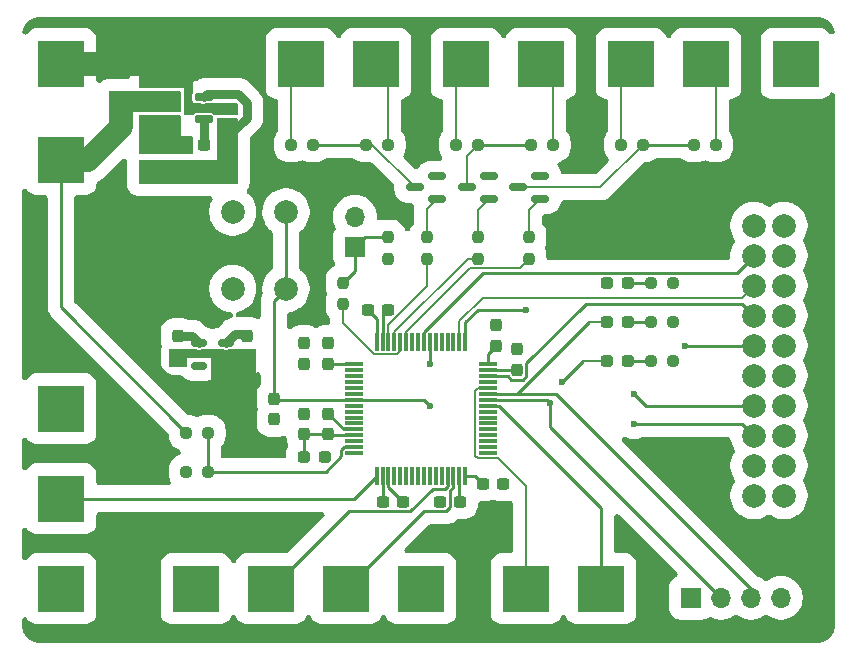
<source format=gtl>
G04 #@! TF.GenerationSoftware,KiCad,Pcbnew,9.0.0*
G04 #@! TF.CreationDate,2025-08-17T11:06:40-05:00*
G04 #@! TF.ProjectId,silver-platter,73696c76-6572-42d7-906c-61747465722e,rev?*
G04 #@! TF.SameCoordinates,Original*
G04 #@! TF.FileFunction,Copper,L1,Top*
G04 #@! TF.FilePolarity,Positive*
%FSLAX46Y46*%
G04 Gerber Fmt 4.6, Leading zero omitted, Abs format (unit mm)*
G04 Created by KiCad (PCBNEW 9.0.0) date 2025-08-17 11:06:40*
%MOMM*%
%LPD*%
G01*
G04 APERTURE LIST*
G04 Aperture macros list*
%AMRoundRect*
0 Rectangle with rounded corners*
0 $1 Rounding radius*
0 $2 $3 $4 $5 $6 $7 $8 $9 X,Y pos of 4 corners*
0 Add a 4 corners polygon primitive as box body*
4,1,4,$2,$3,$4,$5,$6,$7,$8,$9,$2,$3,0*
0 Add four circle primitives for the rounded corners*
1,1,$1+$1,$2,$3*
1,1,$1+$1,$4,$5*
1,1,$1+$1,$6,$7*
1,1,$1+$1,$8,$9*
0 Add four rect primitives between the rounded corners*
20,1,$1+$1,$2,$3,$4,$5,0*
20,1,$1+$1,$4,$5,$6,$7,0*
20,1,$1+$1,$6,$7,$8,$9,0*
20,1,$1+$1,$8,$9,$2,$3,0*%
G04 Aperture macros list end*
G04 #@! TA.AperFunction,SMDPad,CuDef*
%ADD10RoundRect,0.237500X0.237500X-0.300000X0.237500X0.300000X-0.237500X0.300000X-0.237500X-0.300000X0*%
G04 #@! TD*
G04 #@! TA.AperFunction,SMDPad,CuDef*
%ADD11RoundRect,0.237500X0.250000X0.237500X-0.250000X0.237500X-0.250000X-0.237500X0.250000X-0.237500X0*%
G04 #@! TD*
G04 #@! TA.AperFunction,SMDPad,CuDef*
%ADD12R,4.000000X4.000000*%
G04 #@! TD*
G04 #@! TA.AperFunction,SMDPad,CuDef*
%ADD13RoundRect,0.237500X-0.237500X0.300000X-0.237500X-0.300000X0.237500X-0.300000X0.237500X0.300000X0*%
G04 #@! TD*
G04 #@! TA.AperFunction,SMDPad,CuDef*
%ADD14RoundRect,0.150000X-0.512500X-0.150000X0.512500X-0.150000X0.512500X0.150000X-0.512500X0.150000X0*%
G04 #@! TD*
G04 #@! TA.AperFunction,SMDPad,CuDef*
%ADD15RoundRect,0.237500X0.237500X-0.250000X0.237500X0.250000X-0.237500X0.250000X-0.237500X-0.250000X0*%
G04 #@! TD*
G04 #@! TA.AperFunction,SMDPad,CuDef*
%ADD16RoundRect,0.237500X-0.250000X-0.237500X0.250000X-0.237500X0.250000X0.237500X-0.250000X0.237500X0*%
G04 #@! TD*
G04 #@! TA.AperFunction,SMDPad,CuDef*
%ADD17RoundRect,0.237500X-0.300000X-0.237500X0.300000X-0.237500X0.300000X0.237500X-0.300000X0.237500X0*%
G04 #@! TD*
G04 #@! TA.AperFunction,SMDPad,CuDef*
%ADD18RoundRect,0.237500X0.300000X0.237500X-0.300000X0.237500X-0.300000X-0.237500X0.300000X-0.237500X0*%
G04 #@! TD*
G04 #@! TA.AperFunction,ComponentPad*
%ADD19C,2.000000*%
G04 #@! TD*
G04 #@! TA.AperFunction,SMDPad,CuDef*
%ADD20RoundRect,0.250001X-0.849999X0.462499X-0.849999X-0.462499X0.849999X-0.462499X0.849999X0.462499X0*%
G04 #@! TD*
G04 #@! TA.AperFunction,SMDPad,CuDef*
%ADD21RoundRect,0.237500X0.287500X0.237500X-0.287500X0.237500X-0.287500X-0.237500X0.287500X-0.237500X0*%
G04 #@! TD*
G04 #@! TA.AperFunction,SMDPad,CuDef*
%ADD22RoundRect,0.237500X-0.237500X0.250000X-0.237500X-0.250000X0.237500X-0.250000X0.237500X0.250000X0*%
G04 #@! TD*
G04 #@! TA.AperFunction,SMDPad,CuDef*
%ADD23RoundRect,0.162500X0.617500X0.162500X-0.617500X0.162500X-0.617500X-0.162500X0.617500X-0.162500X0*%
G04 #@! TD*
G04 #@! TA.AperFunction,ComponentPad*
%ADD24R,1.700000X1.700000*%
G04 #@! TD*
G04 #@! TA.AperFunction,ComponentPad*
%ADD25O,1.700000X1.700000*%
G04 #@! TD*
G04 #@! TA.AperFunction,SMDPad,CuDef*
%ADD26RoundRect,0.150000X0.587500X0.150000X-0.587500X0.150000X-0.587500X-0.150000X0.587500X-0.150000X0*%
G04 #@! TD*
G04 #@! TA.AperFunction,SMDPad,CuDef*
%ADD27RoundRect,0.075000X-0.700000X-0.075000X0.700000X-0.075000X0.700000X0.075000X-0.700000X0.075000X0*%
G04 #@! TD*
G04 #@! TA.AperFunction,SMDPad,CuDef*
%ADD28RoundRect,0.075000X-0.075000X-0.700000X0.075000X-0.700000X0.075000X0.700000X-0.075000X0.700000X0*%
G04 #@! TD*
G04 #@! TA.AperFunction,SMDPad,CuDef*
%ADD29RoundRect,0.237500X-0.287500X-0.237500X0.287500X-0.237500X0.287500X0.237500X-0.287500X0.237500X0*%
G04 #@! TD*
G04 #@! TA.AperFunction,ViaPad*
%ADD30C,0.600000*%
G04 #@! TD*
G04 #@! TA.AperFunction,Conductor*
%ADD31C,0.200000*%
G04 #@! TD*
G04 #@! TA.AperFunction,Conductor*
%ADD32C,0.250000*%
G04 #@! TD*
G04 #@! TA.AperFunction,Conductor*
%ADD33C,0.750000*%
G04 #@! TD*
G04 #@! TA.AperFunction,Conductor*
%ADD34C,2.000000*%
G04 #@! TD*
G04 APERTURE END LIST*
D10*
X144526000Y-108812500D03*
X144526000Y-107087500D03*
D11*
X173736000Y-102616000D03*
X171911000Y-102616000D03*
D12*
X162560000Y-77470000D03*
D10*
X136117500Y-83031500D03*
X136117500Y-81306500D03*
D12*
X121920000Y-77470000D03*
X156210000Y-77470000D03*
X184150000Y-77470000D03*
D13*
X131826000Y-100536500D03*
X131826000Y-102261500D03*
D12*
X146050000Y-121920000D03*
X142240000Y-77470000D03*
X121920000Y-114300000D03*
D14*
X133615000Y-101123500D03*
X133615000Y-102073500D03*
X133615000Y-103023500D03*
X135890000Y-103023500D03*
X135890000Y-101123500D03*
D12*
X148590000Y-77470000D03*
X121920000Y-106680000D03*
D15*
X149606000Y-93980000D03*
X149606000Y-92155000D03*
D16*
X141431000Y-84328000D03*
X143256000Y-84328000D03*
D10*
X142494000Y-108812500D03*
X142494000Y-107087500D03*
D17*
X157633500Y-113030000D03*
X159358500Y-113030000D03*
D12*
X139700000Y-121920000D03*
D18*
X149606000Y-98298000D03*
X147881000Y-98298000D03*
D19*
X136470000Y-96520000D03*
X136470000Y-90020000D03*
X140970000Y-96520000D03*
X140970000Y-90020000D03*
D16*
X175514000Y-84328000D03*
X177339000Y-84328000D03*
D20*
X129767500Y-84354500D03*
X129767500Y-86679500D03*
D12*
X176530000Y-77470000D03*
D11*
X173736000Y-99314000D03*
X171911000Y-99314000D03*
D16*
X132541000Y-112014000D03*
X134366000Y-112014000D03*
D21*
X169926000Y-102616000D03*
X168176000Y-102616000D03*
X169898000Y-96012000D03*
X168148000Y-96012000D03*
D22*
X152908000Y-92155000D03*
X152908000Y-93980000D03*
D19*
X180594000Y-91186000D03*
X183134000Y-91186000D03*
X180594000Y-93726000D03*
X183134000Y-93726000D03*
X180594000Y-96266000D03*
X183134000Y-96266000D03*
X180594000Y-98806000D03*
X183134000Y-98806000D03*
X180594000Y-101346000D03*
X183134000Y-101346000D03*
X180594000Y-103886000D03*
X183134000Y-103886000D03*
X180594000Y-106426000D03*
X183134000Y-106426000D03*
X180594000Y-108966000D03*
X183134000Y-108966000D03*
X180594000Y-111506000D03*
X183134000Y-111506000D03*
X180594000Y-114046000D03*
X183134000Y-114046000D03*
D12*
X121920000Y-121920000D03*
D23*
X133991500Y-82190500D03*
X133991500Y-81240500D03*
X133991500Y-80290500D03*
X131291500Y-80290500D03*
X131291500Y-81240500D03*
X131291500Y-82190500D03*
D11*
X173736000Y-96012000D03*
X171911000Y-96012000D03*
D12*
X133350000Y-121920000D03*
D24*
X175260000Y-122682000D03*
D25*
X177800000Y-122682000D03*
X180340000Y-122682000D03*
X182880000Y-122682000D03*
D12*
X121920000Y-85598000D03*
X152400000Y-121920000D03*
D10*
X160528000Y-103378000D03*
X160528000Y-101653000D03*
D18*
X134032500Y-84354500D03*
X132307500Y-84354500D03*
D13*
X137668000Y-100483500D03*
X137668000Y-102208500D03*
D26*
X162500000Y-88900000D03*
X162500000Y-87000000D03*
X160625000Y-87950000D03*
D18*
X150876000Y-114554000D03*
X149151000Y-114554000D03*
D13*
X139954000Y-105817500D03*
X139954000Y-107542500D03*
D16*
X161751000Y-84328000D03*
X163576000Y-84328000D03*
D22*
X161544000Y-92155000D03*
X161544000Y-93980000D03*
D26*
X153767000Y-88900000D03*
X153767000Y-87000000D03*
X151892000Y-87950000D03*
D18*
X155702000Y-114554000D03*
X153977000Y-114554000D03*
D12*
X170180000Y-77470000D03*
D10*
X144526000Y-102870000D03*
X144526000Y-101145000D03*
D12*
X167640000Y-121920000D03*
X161290000Y-121920000D03*
D11*
X134366000Y-108712000D03*
X132541000Y-108712000D03*
D10*
X129259500Y-80745500D03*
X129259500Y-79020500D03*
D21*
X169926000Y-99314000D03*
X168176000Y-99314000D03*
D15*
X145796000Y-97837000D03*
X145796000Y-96012000D03*
D16*
X155401000Y-84328000D03*
X157226000Y-84328000D03*
D27*
X146725000Y-102930000D03*
X146725000Y-103430000D03*
X146725000Y-103930000D03*
X146725000Y-104430000D03*
X146725000Y-104930000D03*
X146725000Y-105430000D03*
X146725000Y-105930000D03*
X146725000Y-106430000D03*
X146725000Y-106930000D03*
X146725000Y-107430000D03*
X146725000Y-107930000D03*
X146725000Y-108430000D03*
X146725000Y-108930000D03*
X146725000Y-109430000D03*
X146725000Y-109930000D03*
X146725000Y-110430000D03*
D28*
X148650000Y-112355000D03*
X149150000Y-112355000D03*
X149650000Y-112355000D03*
X150150000Y-112355000D03*
X150650000Y-112355000D03*
X151150000Y-112355000D03*
X151650000Y-112355000D03*
X152150000Y-112355000D03*
X152650000Y-112355000D03*
X153150000Y-112355000D03*
X153650000Y-112355000D03*
X154150000Y-112355000D03*
X154650000Y-112355000D03*
X155150000Y-112355000D03*
X155650000Y-112355000D03*
X156150000Y-112355000D03*
D27*
X158075000Y-110430000D03*
X158075000Y-109930000D03*
X158075000Y-109430000D03*
X158075000Y-108930000D03*
X158075000Y-108430000D03*
X158075000Y-107930000D03*
X158075000Y-107430000D03*
X158075000Y-106930000D03*
X158075000Y-106430000D03*
X158075000Y-105930000D03*
X158075000Y-105430000D03*
X158075000Y-104930000D03*
X158075000Y-104430000D03*
X158075000Y-103930000D03*
X158075000Y-103430000D03*
X158075000Y-102930000D03*
D28*
X156150000Y-101005000D03*
X155650000Y-101005000D03*
X155150000Y-101005000D03*
X154650000Y-101005000D03*
X154150000Y-101005000D03*
X153650000Y-101005000D03*
X153150000Y-101005000D03*
X152650000Y-101005000D03*
X152150000Y-101005000D03*
X151650000Y-101005000D03*
X151150000Y-101005000D03*
X150650000Y-101005000D03*
X150150000Y-101005000D03*
X149650000Y-101005000D03*
X149150000Y-101005000D03*
X148650000Y-101005000D03*
D26*
X158182000Y-88900000D03*
X158182000Y-87000000D03*
X156307000Y-87950000D03*
D10*
X158750000Y-101346000D03*
X158750000Y-99621000D03*
D29*
X142522000Y-110744000D03*
X144272000Y-110744000D03*
D22*
X157226000Y-92155000D03*
X157226000Y-93980000D03*
D24*
X146812000Y-92964000D03*
D25*
X146812000Y-90424000D03*
D16*
X169371000Y-84328000D03*
X171196000Y-84328000D03*
X147781000Y-84328000D03*
X149606000Y-84328000D03*
D10*
X142494000Y-102870000D03*
X142494000Y-101145000D03*
D30*
X143510000Y-94488000D03*
X133350000Y-121920000D03*
X147881000Y-98298000D03*
X150876000Y-114554000D03*
X144272000Y-110744000D03*
X158750000Y-101346000D03*
X168148000Y-96012000D03*
X137668000Y-100483500D03*
X157633500Y-113030000D03*
X142494000Y-102870000D03*
X144526000Y-102870000D03*
X142494000Y-107087500D03*
X153767000Y-87000000D03*
X132307500Y-78766500D03*
X149151000Y-114554000D03*
X149606000Y-93980000D03*
X144526000Y-101145000D03*
X132541000Y-112014000D03*
X169545000Y-90805000D03*
X173736000Y-102616000D03*
X153977000Y-114554000D03*
X184150000Y-83312000D03*
X142494000Y-101145000D03*
X137160000Y-109855000D03*
X173736000Y-96012000D03*
X144526000Y-107087500D03*
X158750000Y-99621000D03*
X185928000Y-102616000D03*
X173736000Y-99314000D03*
X120015000Y-99695000D03*
X127635000Y-121920000D03*
X166370000Y-77470000D03*
X186182000Y-122682000D03*
X139954000Y-107542500D03*
X135890000Y-104140000D03*
X135128000Y-104140000D03*
X172085000Y-119380000D03*
X126365000Y-89535000D03*
X149606000Y-98298000D03*
X152400000Y-77470000D03*
X131545500Y-78766500D03*
X162500000Y-87000000D03*
X152400000Y-121920000D03*
X158182000Y-87000000D03*
X159358500Y-113030000D03*
X173355000Y-111760000D03*
X121920000Y-121920000D03*
X180340000Y-77470000D03*
X160528000Y-101653000D03*
X153162000Y-106426000D03*
X170434000Y-107950000D03*
X121920000Y-106680000D03*
X136117500Y-86894500D03*
X131826000Y-100536500D03*
X184150000Y-77470000D03*
X135355500Y-86894500D03*
X133615000Y-103023500D03*
X163322000Y-106172000D03*
X164338000Y-104394000D03*
X174752000Y-101346000D03*
X161290000Y-98298000D03*
X170434000Y-105410000D03*
X153162000Y-102870000D03*
D31*
X168176000Y-102616000D02*
X166116000Y-102616000D01*
X168176000Y-99314000D02*
X166652000Y-99314000D01*
X145796000Y-97837000D02*
X145796000Y-99459824D01*
X145796000Y-99459824D02*
X148417176Y-102081000D01*
X148417176Y-102081000D02*
X150382824Y-102081000D01*
X150650000Y-101813824D02*
X150650000Y-101005000D01*
X150382824Y-102081000D02*
X150650000Y-101813824D01*
D32*
X146812000Y-92964000D02*
X146812000Y-94996000D01*
X146812000Y-94996000D02*
X145796000Y-96012000D01*
X139954000Y-105817500D02*
X139954000Y-97536000D01*
X139954000Y-97536000D02*
X140970000Y-96520000D01*
X148650000Y-99067000D02*
X147881000Y-98298000D01*
D33*
X136652000Y-100330000D02*
X137514500Y-100330000D01*
D32*
X156958500Y-112355000D02*
X157633500Y-113030000D01*
X146725000Y-102930000D02*
X144586000Y-102930000D01*
D33*
X137514500Y-100330000D02*
X137668000Y-100483500D01*
D32*
X144586000Y-102930000D02*
X144526000Y-102870000D01*
X148650000Y-101005000D02*
X148650000Y-99067000D01*
X158075000Y-102930000D02*
X158075000Y-102021000D01*
D33*
X136652000Y-100361500D02*
X135890000Y-101123500D01*
X136652000Y-100361500D02*
X136652000Y-100330000D01*
D32*
X158075000Y-102021000D02*
X158750000Y-101346000D01*
X149650000Y-112355000D02*
X149650000Y-113328000D01*
X149650000Y-113328000D02*
X150876000Y-114554000D01*
X156150000Y-112355000D02*
X156958500Y-112355000D01*
X149150000Y-101005000D02*
X149150000Y-98754000D01*
X146725000Y-108430000D02*
X145868500Y-108430000D01*
X149150000Y-98754000D02*
X149606000Y-98298000D01*
X145868500Y-108430000D02*
X144526000Y-107087500D01*
X149150000Y-114553000D02*
X149151000Y-114554000D01*
D34*
X129540000Y-77470000D02*
X129540000Y-78232000D01*
D32*
X149150000Y-112355000D02*
X149150000Y-114553000D01*
D34*
X121920000Y-77470000D02*
X129540000Y-77470000D01*
D32*
X144643500Y-108930000D02*
X146725000Y-108930000D01*
X142522000Y-108840500D02*
X142494000Y-108812500D01*
X142522000Y-110744000D02*
X142522000Y-108840500D01*
X144526000Y-108812500D02*
X144643500Y-108930000D01*
X142494000Y-108812500D02*
X144526000Y-108812500D01*
X160476000Y-103430000D02*
X160528000Y-103378000D01*
X158075000Y-103430000D02*
X160476000Y-103430000D01*
X155650000Y-114502000D02*
X155650000Y-112355000D01*
X155702000Y-114554000D02*
X155650000Y-114502000D01*
X139954000Y-105817500D02*
X140066500Y-105930000D01*
X153162000Y-106426000D02*
X152666000Y-105930000D01*
X179578000Y-107950000D02*
X170434000Y-107950000D01*
X140970000Y-90020000D02*
X140970000Y-96520000D01*
X152666000Y-105930000D02*
X146725000Y-105930000D01*
X140066500Y-105930000D02*
X146725000Y-105930000D01*
X180594000Y-108966000D02*
X179578000Y-107950000D01*
D33*
X137641500Y-82068500D02*
X136678500Y-83031500D01*
X133991500Y-80290500D02*
X134245500Y-80036500D01*
X136879500Y-80036500D02*
X137641500Y-80798500D01*
X133096000Y-100604500D02*
X133096000Y-100584000D01*
X134245500Y-80036500D02*
X136879500Y-80036500D01*
X136678500Y-83031500D02*
X136117500Y-83031500D01*
X137641500Y-80798500D02*
X137641500Y-82068500D01*
D32*
X136170500Y-83031500D02*
X136117500Y-83031500D01*
D33*
X133615000Y-101123500D02*
X133096000Y-100604500D01*
X133096000Y-100584000D02*
X133048500Y-100536500D01*
X133048500Y-100536500D02*
X131826000Y-100536500D01*
D34*
X124206000Y-85598000D02*
X127000000Y-82804000D01*
D32*
X121920000Y-98091000D02*
X121920000Y-85598000D01*
D34*
X121920000Y-85598000D02*
X124206000Y-85598000D01*
X127000000Y-82804000D02*
X127000000Y-81026000D01*
D32*
X121920000Y-98091000D02*
X132541000Y-108712000D01*
D33*
X133991500Y-82190500D02*
X133991500Y-84313500D01*
X133991500Y-84313500D02*
X134032500Y-84354500D01*
D32*
X171911000Y-96012000D02*
X169898000Y-96012000D01*
X163322000Y-108204000D02*
X163322000Y-106172000D01*
X163322000Y-106172000D02*
X163080000Y-105930000D01*
X166116000Y-102616000D02*
X164338000Y-104394000D01*
X161810000Y-105930000D02*
X158075000Y-105930000D01*
X163080000Y-105930000D02*
X161810000Y-105930000D01*
X177800000Y-122682000D02*
X163322000Y-108204000D01*
X171911000Y-102616000D02*
X169926000Y-102616000D01*
X163850000Y-105430000D02*
X158075000Y-105430000D01*
X166652000Y-99314000D02*
X160536000Y-105430000D01*
X180340000Y-121920000D02*
X163850000Y-105430000D01*
X180340000Y-122682000D02*
X180340000Y-121920000D01*
X160536000Y-105430000D02*
X158075000Y-105430000D01*
X169926000Y-99314000D02*
X171911000Y-99314000D01*
D31*
X180594000Y-96266000D02*
X179594000Y-97266000D01*
X155650000Y-99271546D02*
X155650000Y-101005000D01*
X157655546Y-97266000D02*
X155650000Y-99271546D01*
X179594000Y-97266000D02*
X157655546Y-97266000D01*
D32*
X180594000Y-101346000D02*
X174752000Y-101346000D01*
X156150000Y-99374000D02*
X156150000Y-101005000D01*
X157226000Y-98298000D02*
X156150000Y-99374000D01*
X161290000Y-98298000D02*
X157226000Y-98298000D01*
X180594000Y-106426000D02*
X171450000Y-106426000D01*
X153162000Y-101017000D02*
X153150000Y-101005000D01*
X171450000Y-106426000D02*
X170434000Y-105410000D01*
X153162000Y-102870000D02*
X153162000Y-101017000D01*
X157616322Y-95194500D02*
X152650000Y-100160822D01*
X152650000Y-100160822D02*
X152650000Y-101005000D01*
X179125500Y-95194500D02*
X157616322Y-95194500D01*
X180594000Y-93726000D02*
X179125500Y-95194500D01*
X180594000Y-93726000D02*
X180589000Y-93721000D01*
X179594000Y-97806000D02*
X166361010Y-97806000D01*
X161005490Y-104241500D02*
X160050510Y-104241500D01*
X159739010Y-103930000D02*
X158075000Y-103930000D01*
X161329000Y-102838010D02*
X161329000Y-103917990D01*
X166361010Y-97806000D02*
X161329000Y-102838010D01*
X180594000Y-98806000D02*
X179594000Y-97806000D01*
X161329000Y-103917990D02*
X161005490Y-104241500D01*
X160050510Y-104241500D02*
X159739010Y-103930000D01*
X154650000Y-113199178D02*
X154650000Y-112355000D01*
X146265000Y-115355000D02*
X151494178Y-115355000D01*
X153393178Y-113456000D02*
X154393178Y-113456000D01*
X139700000Y-121920000D02*
X146265000Y-115355000D01*
X151494178Y-115355000D02*
X153393178Y-113456000D01*
X154393178Y-113456000D02*
X154650000Y-113199178D01*
X154516990Y-115355000D02*
X154839500Y-115032490D01*
X152615000Y-115355000D02*
X154516990Y-115355000D01*
X155150000Y-113336988D02*
X155150000Y-112355000D01*
X154839500Y-113647488D02*
X155150000Y-113336988D01*
X154839500Y-115032490D02*
X154839500Y-113647488D01*
X146050000Y-121920000D02*
X152615000Y-115355000D01*
X167640000Y-121920000D02*
X167640000Y-115062000D01*
X159008000Y-106430000D02*
X158075000Y-106430000D01*
X167640000Y-115062000D02*
X159008000Y-106430000D01*
D31*
X161290000Y-121920000D02*
X161290000Y-113238176D01*
X157266176Y-104930000D02*
X158075000Y-104930000D01*
X157217176Y-110881000D02*
X156999000Y-110662824D01*
X161290000Y-113238176D02*
X158932824Y-110881000D01*
X156999000Y-105197176D02*
X157266176Y-104930000D01*
X156999000Y-110662824D02*
X156999000Y-105197176D01*
X158932824Y-110881000D02*
X157217176Y-110881000D01*
X141431000Y-84328000D02*
X141431000Y-78279000D01*
X141431000Y-78279000D02*
X142240000Y-77470000D01*
X155401000Y-78279000D02*
X156210000Y-77470000D01*
X155401000Y-84328000D02*
X155401000Y-78279000D01*
X169371000Y-84328000D02*
X169371000Y-78279000D01*
X169371000Y-78279000D02*
X170180000Y-77470000D01*
X149606000Y-84328000D02*
X149606000Y-78486000D01*
X149606000Y-78486000D02*
X148590000Y-77470000D01*
X163576000Y-84328000D02*
X163576000Y-78486000D01*
X163576000Y-78486000D02*
X162560000Y-77470000D01*
X177339000Y-78279000D02*
X176530000Y-77470000D01*
X177339000Y-84328000D02*
X177339000Y-78279000D01*
D32*
X121920000Y-114300000D02*
X146705000Y-114300000D01*
X146705000Y-114300000D02*
X148650000Y-112355000D01*
D31*
X167574000Y-87950000D02*
X171196000Y-84328000D01*
D32*
X175514000Y-84328000D02*
X171196000Y-84328000D01*
D31*
X160625000Y-87950000D02*
X167574000Y-87950000D01*
D32*
X157226000Y-84328000D02*
X161751000Y-84328000D01*
D31*
X156307000Y-87950000D02*
X156307000Y-85247000D01*
X156307000Y-85247000D02*
X157226000Y-84328000D01*
X151892000Y-87950000D02*
X148270000Y-84328000D01*
D32*
X147781000Y-84328000D02*
X143256000Y-84328000D01*
D31*
X148270000Y-84328000D02*
X147781000Y-84328000D01*
D32*
X134366000Y-112014000D02*
X134366000Y-108712000D01*
X145848000Y-109930000D02*
X146725000Y-109930000D01*
X145624000Y-110154000D02*
X145848000Y-109930000D01*
X145624000Y-110720490D02*
X145624000Y-110154000D01*
X134366000Y-112014000D02*
X144330490Y-112014000D01*
X144330490Y-112014000D02*
X145624000Y-110720490D01*
D31*
X161544000Y-93980000D02*
X160755500Y-94768500D01*
X160755500Y-94768500D02*
X156577676Y-94768500D01*
X156577676Y-94768500D02*
X151150000Y-100196176D01*
X151150000Y-100196176D02*
X151150000Y-101005000D01*
X152908000Y-93980000D02*
X152908000Y-96301634D01*
X149650000Y-99559634D02*
X149650000Y-101005000D01*
X152908000Y-96301634D02*
X149650000Y-99559634D01*
X156366176Y-93980000D02*
X150150000Y-100196176D01*
X157226000Y-93980000D02*
X156366176Y-93980000D01*
X150150000Y-100196176D02*
X150150000Y-101005000D01*
X161544000Y-92155000D02*
X161544000Y-89856000D01*
X161544000Y-89856000D02*
X162500000Y-88900000D01*
X157226000Y-89856000D02*
X158182000Y-88900000D01*
X157226000Y-92155000D02*
X157226000Y-89856000D01*
X152908000Y-89759000D02*
X153767000Y-88900000D01*
X152908000Y-92155000D02*
X152908000Y-89759000D01*
D32*
X147621000Y-92155000D02*
X146812000Y-92964000D01*
X149606000Y-92155000D02*
X147621000Y-92155000D01*
G04 #@! TA.AperFunction,Conductor*
G36*
X132039148Y-79796852D02*
G01*
X132053500Y-79831500D01*
X132053500Y-81511500D01*
X132039148Y-81546148D01*
X132004500Y-81560500D01*
X126006500Y-81560500D01*
X125971852Y-81546148D01*
X125957500Y-81511500D01*
X125957500Y-79831500D01*
X125971852Y-79796852D01*
X126006500Y-79782500D01*
X132004500Y-79782500D01*
X132039148Y-79796852D01*
G37*
G04 #@! TD.AperFunction*
G04 #@! TA.AperFunction,Conductor*
G36*
X133069500Y-79924355D02*
G01*
X133021280Y-80022990D01*
X133021280Y-80022991D01*
X133011000Y-80093548D01*
X133011000Y-80487450D01*
X133011001Y-80487451D01*
X133021279Y-80558007D01*
X133021279Y-80558009D01*
X133069500Y-80656645D01*
X133069500Y-80798500D01*
X133254222Y-80798500D01*
X133268991Y-80805720D01*
X133339551Y-80816000D01*
X133737560Y-80815999D01*
X133762059Y-80822562D01*
X133769365Y-80826781D01*
X133857439Y-80850380D01*
X133915730Y-80865999D01*
X133915731Y-80866000D01*
X133915734Y-80866000D01*
X134067269Y-80866000D01*
X134067269Y-80865999D01*
X134213635Y-80826781D01*
X134213637Y-80826779D01*
X134213639Y-80826779D01*
X134220938Y-80822565D01*
X134245439Y-80815999D01*
X134643451Y-80815999D01*
X134643451Y-80815998D01*
X134714009Y-80805720D01*
X134728778Y-80798500D01*
X136827620Y-80798500D01*
X136879500Y-80850380D01*
X136879500Y-81814500D01*
X134908682Y-81814500D01*
X134908512Y-81814153D01*
X134822847Y-81728488D01*
X134714009Y-81675280D01*
X134690489Y-81671853D01*
X134643451Y-81665000D01*
X134643449Y-81665000D01*
X134245438Y-81665000D01*
X134220938Y-81658435D01*
X134213637Y-81654219D01*
X134213633Y-81654218D01*
X134067269Y-81615000D01*
X134067266Y-81615000D01*
X133915734Y-81615000D01*
X133915731Y-81615000D01*
X133769369Y-81654217D01*
X133769364Y-81654219D01*
X133762059Y-81658437D01*
X133737561Y-81665000D01*
X133339549Y-81665000D01*
X133339548Y-81665001D01*
X133268992Y-81675279D01*
X133268990Y-81675279D01*
X133160155Y-81728486D01*
X133160151Y-81728489D01*
X133074489Y-81814151D01*
X133074487Y-81814155D01*
X133074318Y-81814500D01*
X132307500Y-81814500D01*
X132307500Y-79528500D01*
X128497500Y-79528500D01*
X128497500Y-78004500D01*
X133069500Y-78004500D01*
X133069500Y-79924355D01*
G37*
G04 #@! TD.AperFunction*
G04 #@! TA.AperFunction,Conductor*
G36*
X136865148Y-82082852D02*
G01*
X136879500Y-82117500D01*
X136879500Y-87607500D01*
X136865148Y-87642148D01*
X136830500Y-87656500D01*
X128546500Y-87656500D01*
X128511852Y-87642148D01*
X128497500Y-87607500D01*
X128497500Y-85673500D01*
X128511852Y-85638852D01*
X128546500Y-85624500D01*
X135101500Y-85624500D01*
X135101500Y-82117500D01*
X135115852Y-82082852D01*
X135150500Y-82068500D01*
X136830500Y-82068500D01*
X136865148Y-82082852D01*
G37*
G04 #@! TD.AperFunction*
G04 #@! TA.AperFunction,Conductor*
G36*
X132039148Y-81828852D02*
G01*
X132053500Y-81863500D01*
X132053500Y-83592500D01*
X133020500Y-83592500D01*
X133055148Y-83606852D01*
X133069500Y-83641500D01*
X133069500Y-85067500D01*
X133055148Y-85102148D01*
X133020500Y-85116500D01*
X128546500Y-85116500D01*
X128511852Y-85102148D01*
X128497500Y-85067500D01*
X128497500Y-81863500D01*
X128511852Y-81828852D01*
X128546500Y-81814500D01*
X132004500Y-81814500D01*
X132039148Y-81828852D01*
G37*
G04 #@! TD.AperFunction*
G04 #@! TA.AperFunction,Conductor*
G36*
X133001107Y-101614073D02*
G01*
X133049384Y-101621106D01*
X133069238Y-101624000D01*
X133069240Y-101624000D01*
X133317762Y-101624000D01*
X133342261Y-101630564D01*
X133392865Y-101659781D01*
X133508303Y-101690712D01*
X133539230Y-101698999D01*
X133539231Y-101699000D01*
X133539234Y-101699000D01*
X133690770Y-101699000D01*
X133690770Y-101698999D01*
X133837135Y-101659781D01*
X133887738Y-101630564D01*
X133912238Y-101624000D01*
X134160762Y-101624000D01*
X134178090Y-101621474D01*
X134228893Y-101614073D01*
X134257680Y-101600000D01*
X135247320Y-101600000D01*
X135276107Y-101614073D01*
X135324384Y-101621106D01*
X135344238Y-101624000D01*
X135344240Y-101624000D01*
X135592762Y-101624000D01*
X135617261Y-101630564D01*
X135667865Y-101659781D01*
X135783303Y-101690712D01*
X135814230Y-101698999D01*
X135814231Y-101699000D01*
X135814234Y-101699000D01*
X135965769Y-101699000D01*
X135965769Y-101698999D01*
X136112135Y-101659781D01*
X136162738Y-101630564D01*
X136187238Y-101624000D01*
X136435762Y-101624000D01*
X136453090Y-101621474D01*
X136503893Y-101614073D01*
X136532680Y-101600000D01*
X138430000Y-101600000D01*
X138430000Y-104648000D01*
X134620000Y-104648000D01*
X134620000Y-102362000D01*
X132588000Y-102362000D01*
X132588000Y-103124000D01*
X131064000Y-103124000D01*
X131064000Y-101600000D01*
X132972320Y-101600000D01*
X133001107Y-101614073D01*
G37*
G04 #@! TD.AperFunction*
G04 #@! TA.AperFunction,Conductor*
G36*
X185968863Y-73526134D02*
G01*
X185996639Y-73528120D01*
X186155645Y-73539493D01*
X186190793Y-73544546D01*
X186365064Y-73582456D01*
X186399143Y-73592463D01*
X186566228Y-73654783D01*
X186598542Y-73669540D01*
X186755062Y-73755006D01*
X186784947Y-73774212D01*
X186927703Y-73881078D01*
X186954553Y-73904343D01*
X187080656Y-74030446D01*
X187103921Y-74057296D01*
X187210787Y-74200052D01*
X187229995Y-74229940D01*
X187315459Y-74386457D01*
X187330216Y-74418771D01*
X187392534Y-74585850D01*
X187402543Y-74619938D01*
X187419639Y-74698525D01*
X187421374Y-74795664D01*
X187385803Y-74886073D01*
X187318341Y-74955988D01*
X187229260Y-74994764D01*
X187132121Y-74996499D01*
X187041712Y-74960928D01*
X186983351Y-74908809D01*
X186958314Y-74878104D01*
X186861109Y-74758891D01*
X186703407Y-74630302D01*
X186703402Y-74630299D01*
X186523053Y-74536093D01*
X186523052Y-74536092D01*
X186523049Y-74536091D01*
X186327418Y-74480114D01*
X186208037Y-74469500D01*
X186208035Y-74469500D01*
X182091968Y-74469500D01*
X182091956Y-74469501D01*
X181972585Y-74480113D01*
X181776954Y-74536090D01*
X181776946Y-74536093D01*
X181596597Y-74630299D01*
X181596592Y-74630302D01*
X181438893Y-74758889D01*
X181438889Y-74758893D01*
X181310302Y-74916592D01*
X181310299Y-74916597D01*
X181216093Y-75096946D01*
X181216090Y-75096954D01*
X181160115Y-75292578D01*
X181160114Y-75292582D01*
X181149500Y-75411963D01*
X181149500Y-79528031D01*
X181149501Y-79528043D01*
X181160113Y-79647414D01*
X181160113Y-79647417D01*
X181160114Y-79647418D01*
X181212787Y-79831500D01*
X181216090Y-79843045D01*
X181216093Y-79843053D01*
X181310118Y-80023056D01*
X181310302Y-80023407D01*
X181438891Y-80181109D01*
X181596593Y-80309698D01*
X181776951Y-80403909D01*
X181972582Y-80459886D01*
X182091963Y-80470500D01*
X186208036Y-80470499D01*
X186327418Y-80459886D01*
X186523049Y-80403909D01*
X186703407Y-80309698D01*
X186861109Y-80181109D01*
X186989698Y-80023407D01*
X186989793Y-80023224D01*
X186989928Y-80023056D01*
X186996646Y-80012864D01*
X186997616Y-80013503D01*
X187050708Y-79947539D01*
X187135951Y-79900926D01*
X187232543Y-79890482D01*
X187325779Y-79917797D01*
X187401465Y-79978712D01*
X187448078Y-80063955D01*
X187459500Y-80138504D01*
X187459500Y-124991100D01*
X187458866Y-125008863D01*
X187458866Y-125008864D01*
X187445507Y-125195639D01*
X187440451Y-125230804D01*
X187402544Y-125405060D01*
X187392534Y-125439149D01*
X187330216Y-125606228D01*
X187315459Y-125638542D01*
X187229995Y-125795059D01*
X187210787Y-125824947D01*
X187103921Y-125967703D01*
X187080656Y-125994553D01*
X186954553Y-126120656D01*
X186927703Y-126143921D01*
X186784947Y-126250787D01*
X186755059Y-126269995D01*
X186598542Y-126355459D01*
X186566228Y-126370216D01*
X186399149Y-126432534D01*
X186365060Y-126442544D01*
X186190804Y-126480451D01*
X186155639Y-126485507D01*
X185968864Y-126498866D01*
X185951100Y-126499500D01*
X120118900Y-126499500D01*
X120101136Y-126498866D01*
X119914360Y-126485507D01*
X119879195Y-126480451D01*
X119704939Y-126442544D01*
X119670850Y-126432534D01*
X119503771Y-126370216D01*
X119471457Y-126355459D01*
X119314940Y-126269995D01*
X119285052Y-126250787D01*
X119142296Y-126143921D01*
X119115446Y-126120656D01*
X118989343Y-125994553D01*
X118966078Y-125967703D01*
X118859212Y-125824947D01*
X118840004Y-125795059D01*
X118754540Y-125638542D01*
X118739783Y-125606228D01*
X118677465Y-125439149D01*
X118667455Y-125405060D01*
X118629546Y-125230793D01*
X118624493Y-125195645D01*
X118611134Y-125008863D01*
X118610500Y-124991100D01*
X118610500Y-124587424D01*
X118629454Y-124492136D01*
X118683430Y-124411354D01*
X118764212Y-124357378D01*
X118859500Y-124338424D01*
X118954788Y-124357378D01*
X119035570Y-124411354D01*
X119073380Y-124462847D01*
X119073774Y-124462588D01*
X119078888Y-124470347D01*
X119080207Y-124472144D01*
X119080723Y-124473132D01*
X119209245Y-124630750D01*
X119209249Y-124630754D01*
X119366867Y-124759276D01*
X119366873Y-124759280D01*
X119547132Y-124853439D01*
X119547140Y-124853442D01*
X119742666Y-124909389D01*
X119742671Y-124909390D01*
X119861994Y-124919999D01*
X119861998Y-124920000D01*
X123978002Y-124920000D01*
X123978005Y-124919999D01*
X124097328Y-124909390D01*
X124097333Y-124909389D01*
X124292859Y-124853442D01*
X124292867Y-124853439D01*
X124473126Y-124759280D01*
X124473132Y-124759276D01*
X124630750Y-124630754D01*
X124630754Y-124630750D01*
X124759276Y-124473132D01*
X124759280Y-124473126D01*
X124853439Y-124292867D01*
X124853442Y-124292859D01*
X124909389Y-124097333D01*
X124909390Y-124097328D01*
X124919999Y-123978005D01*
X124920000Y-123978002D01*
X124920000Y-119861997D01*
X124919999Y-119861994D01*
X124909390Y-119742671D01*
X124909389Y-119742666D01*
X124853442Y-119547140D01*
X124853439Y-119547132D01*
X124759280Y-119366873D01*
X124759276Y-119366867D01*
X124630754Y-119209249D01*
X124630750Y-119209245D01*
X124473132Y-119080723D01*
X124473126Y-119080719D01*
X124292867Y-118986560D01*
X124292859Y-118986557D01*
X124097333Y-118930610D01*
X124097328Y-118930609D01*
X123978005Y-118920000D01*
X119861994Y-118920000D01*
X119742671Y-118930609D01*
X119742666Y-118930610D01*
X119547140Y-118986557D01*
X119547132Y-118986560D01*
X119366873Y-119080719D01*
X119366867Y-119080723D01*
X119209249Y-119209245D01*
X119209245Y-119209249D01*
X119080723Y-119366867D01*
X119080719Y-119366873D01*
X119080203Y-119367862D01*
X119079457Y-119368788D01*
X119073774Y-119377412D01*
X119072952Y-119376870D01*
X119019285Y-119443546D01*
X118934040Y-119490156D01*
X118837448Y-119500597D01*
X118744213Y-119473278D01*
X118668529Y-119412360D01*
X118621919Y-119327115D01*
X118610500Y-119252575D01*
X118610500Y-116968504D01*
X118629454Y-116873216D01*
X118683430Y-116792434D01*
X118764212Y-116738458D01*
X118859500Y-116719504D01*
X118954788Y-116738458D01*
X119035570Y-116792434D01*
X119072845Y-116843199D01*
X119073354Y-116842864D01*
X119079966Y-116852897D01*
X119080206Y-116853224D01*
X119080302Y-116853407D01*
X119208891Y-117011109D01*
X119366593Y-117139698D01*
X119546951Y-117233909D01*
X119742582Y-117289886D01*
X119861963Y-117300500D01*
X123978036Y-117300499D01*
X124097418Y-117289886D01*
X124293049Y-117233909D01*
X124473407Y-117139698D01*
X124631109Y-117011109D01*
X124759698Y-116853407D01*
X124853909Y-116673049D01*
X124909886Y-116477418D01*
X124920500Y-116358037D01*
X124920500Y-115674500D01*
X124939454Y-115579212D01*
X124993430Y-115498430D01*
X125074212Y-115444454D01*
X125169500Y-115425500D01*
X144001663Y-115425500D01*
X144096951Y-115444454D01*
X144177733Y-115498430D01*
X144231709Y-115579212D01*
X144250663Y-115674500D01*
X144231709Y-115769788D01*
X144177733Y-115850570D01*
X141181731Y-118846570D01*
X141100949Y-118900546D01*
X141005661Y-118919500D01*
X137641968Y-118919500D01*
X137641956Y-118919501D01*
X137522585Y-118930113D01*
X137326954Y-118986090D01*
X137326946Y-118986093D01*
X137146597Y-119080299D01*
X137146592Y-119080302D01*
X136988893Y-119208889D01*
X136988889Y-119208893D01*
X136860302Y-119366592D01*
X136860299Y-119366597D01*
X136766093Y-119546946D01*
X136766087Y-119546961D01*
X136764392Y-119552887D01*
X136719956Y-119639284D01*
X136645839Y-119702100D01*
X136553326Y-119731771D01*
X136456500Y-119723779D01*
X136370103Y-119679343D01*
X136307287Y-119605226D01*
X136285608Y-119552887D01*
X136283912Y-119546961D01*
X136283911Y-119546959D01*
X136283909Y-119546951D01*
X136189698Y-119366593D01*
X136061109Y-119208891D01*
X135903407Y-119080302D01*
X135903402Y-119080299D01*
X135723053Y-118986093D01*
X135723052Y-118986092D01*
X135723049Y-118986091D01*
X135527418Y-118930114D01*
X135408037Y-118919500D01*
X135408035Y-118919500D01*
X131291968Y-118919500D01*
X131291956Y-118919501D01*
X131172585Y-118930113D01*
X130976954Y-118986090D01*
X130976946Y-118986093D01*
X130796597Y-119080299D01*
X130796592Y-119080302D01*
X130638893Y-119208889D01*
X130638889Y-119208893D01*
X130510302Y-119366592D01*
X130510299Y-119366597D01*
X130416093Y-119546946D01*
X130416090Y-119546954D01*
X130360115Y-119742578D01*
X130360114Y-119742582D01*
X130349500Y-119861963D01*
X130349500Y-123978031D01*
X130349501Y-123978043D01*
X130360113Y-124097414D01*
X130360113Y-124097417D01*
X130360114Y-124097418D01*
X130401802Y-124243109D01*
X130416090Y-124293045D01*
X130416093Y-124293053D01*
X130508703Y-124470347D01*
X130510302Y-124473407D01*
X130638891Y-124631109D01*
X130796593Y-124759698D01*
X130976951Y-124853909D01*
X131172582Y-124909886D01*
X131291963Y-124920500D01*
X135408036Y-124920499D01*
X135527418Y-124909886D01*
X135723049Y-124853909D01*
X135903407Y-124759698D01*
X136061109Y-124631109D01*
X136189698Y-124473407D01*
X136283909Y-124293049D01*
X136285607Y-124287115D01*
X136330042Y-124200718D01*
X136404158Y-124137901D01*
X136496671Y-124108229D01*
X136593497Y-124116219D01*
X136679894Y-124160654D01*
X136742711Y-124234770D01*
X136764393Y-124287115D01*
X136766088Y-124293041D01*
X136766093Y-124293053D01*
X136858703Y-124470347D01*
X136860302Y-124473407D01*
X136988891Y-124631109D01*
X137146593Y-124759698D01*
X137326951Y-124853909D01*
X137522582Y-124909886D01*
X137641963Y-124920500D01*
X141758036Y-124920499D01*
X141877418Y-124909886D01*
X142073049Y-124853909D01*
X142253407Y-124759698D01*
X142411109Y-124631109D01*
X142539698Y-124473407D01*
X142633909Y-124293049D01*
X142635607Y-124287115D01*
X142680042Y-124200718D01*
X142754158Y-124137901D01*
X142846671Y-124108229D01*
X142943497Y-124116219D01*
X143029894Y-124160654D01*
X143092711Y-124234770D01*
X143114393Y-124287115D01*
X143116088Y-124293041D01*
X143116093Y-124293053D01*
X143208703Y-124470347D01*
X143210302Y-124473407D01*
X143338891Y-124631109D01*
X143496593Y-124759698D01*
X143676951Y-124853909D01*
X143872582Y-124909886D01*
X143991963Y-124920500D01*
X148108036Y-124920499D01*
X148227418Y-124909886D01*
X148423049Y-124853909D01*
X148603407Y-124759698D01*
X148761109Y-124631109D01*
X148889698Y-124473407D01*
X148983909Y-124293049D01*
X148985867Y-124286206D01*
X149030301Y-124199809D01*
X149104417Y-124136992D01*
X149196930Y-124107320D01*
X149293755Y-124115309D01*
X149380154Y-124159744D01*
X149442971Y-124233860D01*
X149464653Y-124286205D01*
X149466556Y-124292857D01*
X149466560Y-124292867D01*
X149560719Y-124473126D01*
X149560723Y-124473132D01*
X149689245Y-124630750D01*
X149689249Y-124630754D01*
X149846867Y-124759276D01*
X149846873Y-124759280D01*
X150027132Y-124853439D01*
X150027140Y-124853442D01*
X150222666Y-124909389D01*
X150222671Y-124909390D01*
X150341994Y-124919999D01*
X150341998Y-124920000D01*
X154458002Y-124920000D01*
X154458005Y-124919999D01*
X154577328Y-124909390D01*
X154577333Y-124909389D01*
X154772859Y-124853442D01*
X154772867Y-124853439D01*
X154953126Y-124759280D01*
X154953132Y-124759276D01*
X155110750Y-124630754D01*
X155110754Y-124630750D01*
X155239276Y-124473132D01*
X155239280Y-124473126D01*
X155333439Y-124292867D01*
X155333442Y-124292859D01*
X155389389Y-124097333D01*
X155389390Y-124097328D01*
X155399999Y-123978005D01*
X155400000Y-123978002D01*
X155400000Y-119861997D01*
X155399999Y-119861994D01*
X155389390Y-119742671D01*
X155389389Y-119742666D01*
X155333442Y-119547140D01*
X155333439Y-119547132D01*
X155239280Y-119366873D01*
X155239276Y-119366867D01*
X155110754Y-119209249D01*
X155110750Y-119209245D01*
X154953132Y-119080723D01*
X154953126Y-119080719D01*
X154772867Y-118986560D01*
X154772859Y-118986557D01*
X154577333Y-118930610D01*
X154577328Y-118930609D01*
X154458005Y-118920000D01*
X151242836Y-118920000D01*
X151147548Y-118901046D01*
X151066766Y-118847070D01*
X151012790Y-118766288D01*
X150993836Y-118671000D01*
X151012790Y-118575712D01*
X151066764Y-118494931D01*
X153008267Y-116553430D01*
X153089049Y-116499454D01*
X153184337Y-116480500D01*
X154605566Y-116480500D01*
X154605569Y-116480500D01*
X154605572Y-116480499D01*
X154605578Y-116480499D01*
X154688234Y-116467406D01*
X154780546Y-116452786D01*
X154949032Y-116398042D01*
X155106880Y-116317614D01*
X155250204Y-116213483D01*
X155305732Y-116157955D01*
X155361258Y-116102430D01*
X155442040Y-116048454D01*
X155537327Y-116029500D01*
X156065582Y-116029500D01*
X156065584Y-116029500D01*
X156196449Y-116019201D01*
X156412538Y-115964751D01*
X156615433Y-115872592D01*
X156798611Y-115745685D01*
X156956185Y-115588111D01*
X157083092Y-115404933D01*
X157175251Y-115202038D01*
X157229701Y-114985949D01*
X157240000Y-114855084D01*
X157240000Y-114754500D01*
X157258954Y-114659212D01*
X157312930Y-114578430D01*
X157393712Y-114524454D01*
X157489000Y-114505500D01*
X157997082Y-114505500D01*
X157997084Y-114505500D01*
X158127949Y-114495201D01*
X158344038Y-114440751D01*
X158393631Y-114418224D01*
X158488222Y-114396075D01*
X158584094Y-114411811D01*
X158599582Y-114418226D01*
X158648123Y-114440275D01*
X158864133Y-114494705D01*
X158864136Y-114494706D01*
X158994938Y-114504999D01*
X159722048Y-114504999D01*
X159852873Y-114494704D01*
X159879658Y-114487955D01*
X159976689Y-114483051D01*
X160068211Y-114515653D01*
X160140290Y-114580797D01*
X160181952Y-114668565D01*
X160189500Y-114729407D01*
X160189500Y-118670500D01*
X160170546Y-118765788D01*
X160116570Y-118846570D01*
X160035788Y-118900546D01*
X159940500Y-118919500D01*
X159231968Y-118919500D01*
X159231956Y-118919501D01*
X159112585Y-118930113D01*
X158916954Y-118986090D01*
X158916946Y-118986093D01*
X158736597Y-119080299D01*
X158736592Y-119080302D01*
X158578893Y-119208889D01*
X158578889Y-119208893D01*
X158450302Y-119366592D01*
X158450299Y-119366597D01*
X158356093Y-119546946D01*
X158356090Y-119546954D01*
X158300115Y-119742578D01*
X158300114Y-119742582D01*
X158289500Y-119861963D01*
X158289500Y-123978031D01*
X158289501Y-123978043D01*
X158300113Y-124097414D01*
X158300113Y-124097417D01*
X158300114Y-124097418D01*
X158341802Y-124243109D01*
X158356090Y-124293045D01*
X158356093Y-124293053D01*
X158448703Y-124470347D01*
X158450302Y-124473407D01*
X158578891Y-124631109D01*
X158736593Y-124759698D01*
X158916951Y-124853909D01*
X159112582Y-124909886D01*
X159231963Y-124920500D01*
X163348036Y-124920499D01*
X163467418Y-124909886D01*
X163663049Y-124853909D01*
X163843407Y-124759698D01*
X164001109Y-124631109D01*
X164129698Y-124473407D01*
X164223909Y-124293049D01*
X164225607Y-124287115D01*
X164270042Y-124200718D01*
X164344158Y-124137901D01*
X164436671Y-124108229D01*
X164533497Y-124116219D01*
X164619894Y-124160654D01*
X164682711Y-124234770D01*
X164704393Y-124287115D01*
X164706088Y-124293041D01*
X164706093Y-124293053D01*
X164798703Y-124470347D01*
X164800302Y-124473407D01*
X164928891Y-124631109D01*
X165086593Y-124759698D01*
X165266951Y-124853909D01*
X165462582Y-124909886D01*
X165581963Y-124920500D01*
X169698036Y-124920499D01*
X169817418Y-124909886D01*
X170013049Y-124853909D01*
X170193407Y-124759698D01*
X170351109Y-124631109D01*
X170479698Y-124473407D01*
X170573909Y-124293049D01*
X170629886Y-124097418D01*
X170640500Y-123978037D01*
X170640499Y-119861964D01*
X170629886Y-119742582D01*
X170573909Y-119546951D01*
X170479698Y-119366593D01*
X170351109Y-119208891D01*
X170193407Y-119080302D01*
X170193402Y-119080299D01*
X170013053Y-118986093D01*
X170013052Y-118986092D01*
X170013049Y-118986091D01*
X169817418Y-118930114D01*
X169698037Y-118919500D01*
X169698036Y-118919500D01*
X169014500Y-118919500D01*
X168919212Y-118900546D01*
X168838430Y-118846570D01*
X168784454Y-118765788D01*
X168765500Y-118670500D01*
X168765500Y-115840337D01*
X168784454Y-115745049D01*
X168838430Y-115664267D01*
X168919212Y-115610291D01*
X169014500Y-115591337D01*
X169109788Y-115610291D01*
X169190570Y-115664267D01*
X174051678Y-120525375D01*
X174105654Y-120606157D01*
X174124608Y-120701445D01*
X174105654Y-120796733D01*
X174051678Y-120877515D01*
X173990894Y-120922149D01*
X173856593Y-120992301D01*
X173856592Y-120992302D01*
X173698893Y-121120889D01*
X173698889Y-121120893D01*
X173570302Y-121278592D01*
X173570299Y-121278597D01*
X173476093Y-121458946D01*
X173476090Y-121458954D01*
X173420115Y-121654578D01*
X173420114Y-121654582D01*
X173409500Y-121773963D01*
X173409500Y-123590031D01*
X173409501Y-123590043D01*
X173420113Y-123709414D01*
X173420113Y-123709417D01*
X173420114Y-123709418D01*
X173420936Y-123712289D01*
X173476090Y-123905045D01*
X173476093Y-123905053D01*
X173565526Y-124076265D01*
X173570302Y-124085407D01*
X173698891Y-124243109D01*
X173856593Y-124371698D01*
X174036951Y-124465909D01*
X174232582Y-124521886D01*
X174351963Y-124532500D01*
X176168036Y-124532499D01*
X176287418Y-124521886D01*
X176483049Y-124465909D01*
X176663407Y-124371698D01*
X176680453Y-124357797D01*
X176766278Y-124312269D01*
X176862995Y-124303050D01*
X176955877Y-124331544D01*
X176962265Y-124335107D01*
X176979788Y-124345224D01*
X176979789Y-124345224D01*
X176979792Y-124345226D01*
X176979800Y-124345230D01*
X177129196Y-124407110D01*
X177203900Y-124438054D01*
X177203911Y-124438057D01*
X177203917Y-124438059D01*
X177335819Y-124473402D01*
X177438211Y-124500838D01*
X177678712Y-124532500D01*
X177921288Y-124532500D01*
X178161789Y-124500838D01*
X178323275Y-124457567D01*
X178396082Y-124438059D01*
X178396084Y-124438058D01*
X178396100Y-124438054D01*
X178556305Y-124371695D01*
X178620201Y-124345229D01*
X178620206Y-124345226D01*
X178620212Y-124345224D01*
X178830289Y-124223936D01*
X178918423Y-124156308D01*
X179005554Y-124113341D01*
X179102501Y-124106986D01*
X179194500Y-124138216D01*
X179221568Y-124156301D01*
X179309711Y-124223936D01*
X179353568Y-124249257D01*
X179519782Y-124345221D01*
X179519798Y-124345229D01*
X179659858Y-124403242D01*
X179743900Y-124438054D01*
X179743911Y-124438057D01*
X179743917Y-124438059D01*
X179875819Y-124473402D01*
X179978211Y-124500838D01*
X180218712Y-124532500D01*
X180461288Y-124532500D01*
X180701789Y-124500838D01*
X180863275Y-124457567D01*
X180936082Y-124438059D01*
X180936084Y-124438058D01*
X180936100Y-124438054D01*
X181096305Y-124371695D01*
X181160201Y-124345229D01*
X181160206Y-124345226D01*
X181160212Y-124345224D01*
X181370289Y-124223936D01*
X181458830Y-124155995D01*
X181545965Y-124113025D01*
X181642912Y-124106671D01*
X181734911Y-124137901D01*
X181761992Y-124155995D01*
X181849999Y-124223524D01*
X182060004Y-124344771D01*
X182060020Y-124344779D01*
X182284055Y-124437576D01*
X182284064Y-124437579D01*
X182518313Y-124500346D01*
X182758745Y-124532000D01*
X183001255Y-124532000D01*
X183241686Y-124500346D01*
X183475935Y-124437579D01*
X183475944Y-124437576D01*
X183699979Y-124344779D01*
X183699995Y-124344771D01*
X183910000Y-124223524D01*
X183910010Y-124223518D01*
X184102400Y-124075893D01*
X184102410Y-124075884D01*
X184273884Y-123904410D01*
X184273893Y-123904400D01*
X184421518Y-123712010D01*
X184421524Y-123712000D01*
X184542771Y-123501995D01*
X184542779Y-123501979D01*
X184635576Y-123277944D01*
X184635579Y-123277935D01*
X184698346Y-123043686D01*
X184730000Y-122803254D01*
X184730000Y-122560745D01*
X184698346Y-122320313D01*
X184635579Y-122086064D01*
X184635576Y-122086055D01*
X184542779Y-121862020D01*
X184542771Y-121862004D01*
X184421524Y-121651999D01*
X184421518Y-121651989D01*
X184273893Y-121459599D01*
X184273884Y-121459589D01*
X184102410Y-121288115D01*
X184102400Y-121288106D01*
X183910010Y-121140481D01*
X183910000Y-121140475D01*
X183699995Y-121019228D01*
X183699979Y-121019220D01*
X183475944Y-120926423D01*
X183475935Y-120926420D01*
X183241686Y-120863653D01*
X183001255Y-120832000D01*
X182758745Y-120832000D01*
X182518313Y-120863653D01*
X182284064Y-120926420D01*
X182284055Y-120926423D01*
X182060020Y-121019220D01*
X182060004Y-121019228D01*
X181850000Y-121140474D01*
X181761991Y-121208005D01*
X181674854Y-121250974D01*
X181577907Y-121257327D01*
X181485909Y-121226097D01*
X181458831Y-121208004D01*
X181370832Y-121140481D01*
X181370289Y-121140064D01*
X181337084Y-121120893D01*
X181160217Y-121018778D01*
X181160206Y-121018773D01*
X180984495Y-120945991D01*
X180903713Y-120892015D01*
X169480889Y-109469191D01*
X169426913Y-109388409D01*
X169407959Y-109293121D01*
X169426913Y-109197833D01*
X169480889Y-109117051D01*
X169561671Y-109063075D01*
X169656959Y-109044121D01*
X169752247Y-109063075D01*
X169769987Y-109071253D01*
X169934781Y-109155220D01*
X170129466Y-109218477D01*
X170181598Y-109226734D01*
X170331638Y-109250499D01*
X170331645Y-109250499D01*
X170331648Y-109250500D01*
X170331651Y-109250500D01*
X170536349Y-109250500D01*
X170536352Y-109250500D01*
X170536355Y-109250499D01*
X170536361Y-109250499D01*
X170644290Y-109233404D01*
X170738534Y-109218477D01*
X170933219Y-109155220D01*
X171036415Y-109102638D01*
X171129922Y-109076268D01*
X171149458Y-109075500D01*
X178372287Y-109075500D01*
X178467575Y-109094454D01*
X178548357Y-109148430D01*
X178602333Y-109229212D01*
X178619157Y-109291998D01*
X178627729Y-109357112D01*
X178695601Y-109610417D01*
X178795953Y-109852689D01*
X178795955Y-109852693D01*
X178795957Y-109852697D01*
X178891935Y-110018937D01*
X178927073Y-110079798D01*
X178927082Y-110079812D01*
X178930621Y-110084424D01*
X178973589Y-110171561D01*
X178979941Y-110268508D01*
X178948709Y-110360506D01*
X178930621Y-110387576D01*
X178927082Y-110392187D01*
X178927073Y-110392201D01*
X178795955Y-110619306D01*
X178795953Y-110619310D01*
X178695601Y-110861582D01*
X178627729Y-111114887D01*
X178593500Y-111374880D01*
X178593500Y-111637119D01*
X178627729Y-111897112D01*
X178695601Y-112150417D01*
X178795953Y-112392689D01*
X178795955Y-112392693D01*
X178795957Y-112392697D01*
X178891935Y-112558937D01*
X178927073Y-112619798D01*
X178927082Y-112619812D01*
X178930621Y-112624424D01*
X178973589Y-112711561D01*
X178979941Y-112808508D01*
X178948709Y-112900506D01*
X178930621Y-112927576D01*
X178927082Y-112932187D01*
X178927073Y-112932201D01*
X178795955Y-113159306D01*
X178795953Y-113159310D01*
X178695601Y-113401582D01*
X178627729Y-113654887D01*
X178593500Y-113914880D01*
X178593500Y-114177119D01*
X178622326Y-114396075D01*
X178627730Y-114437116D01*
X178628704Y-114440750D01*
X178695601Y-114690417D01*
X178795953Y-114932689D01*
X178795955Y-114932693D01*
X178927073Y-115159798D01*
X178927082Y-115159812D01*
X179086466Y-115367523D01*
X179086718Y-115367851D01*
X179272149Y-115553282D01*
X179272153Y-115553285D01*
X179272154Y-115553286D01*
X179480187Y-115712917D01*
X179480192Y-115712920D01*
X179480197Y-115712924D01*
X179707303Y-115844043D01*
X179707308Y-115844045D01*
X179707310Y-115844046D01*
X179754614Y-115863640D01*
X179949581Y-115944398D01*
X180202884Y-116012270D01*
X180462880Y-116046500D01*
X180725120Y-116046500D01*
X180985116Y-116012270D01*
X181238419Y-115944398D01*
X181480697Y-115844043D01*
X181707803Y-115712924D01*
X181712828Y-115709067D01*
X181799964Y-115666097D01*
X181896911Y-115659742D01*
X181988910Y-115690971D01*
X182015993Y-115709067D01*
X182020479Y-115712509D01*
X182247516Y-115843589D01*
X182489746Y-115943925D01*
X182742987Y-116011779D01*
X182742985Y-116011779D01*
X183002912Y-116046000D01*
X183265088Y-116046000D01*
X183525013Y-116011779D01*
X183778253Y-115943925D01*
X184020483Y-115843589D01*
X184247514Y-115712513D01*
X184247514Y-115712512D01*
X184455523Y-115552903D01*
X184640903Y-115367523D01*
X184800512Y-115159514D01*
X184800513Y-115159514D01*
X184931589Y-114932483D01*
X185031925Y-114690253D01*
X185099779Y-114437013D01*
X185134000Y-114177087D01*
X185134000Y-113914912D01*
X185099779Y-113654986D01*
X185031925Y-113401746D01*
X184931589Y-113159516D01*
X184800512Y-112932485D01*
X184800508Y-112932478D01*
X184796754Y-112927586D01*
X184753782Y-112840451D01*
X184747426Y-112743504D01*
X184778653Y-112651505D01*
X184796754Y-112624414D01*
X184800508Y-112619521D01*
X184800512Y-112619514D01*
X184931589Y-112392483D01*
X185031925Y-112150253D01*
X185099779Y-111897013D01*
X185134000Y-111637087D01*
X185134000Y-111374912D01*
X185099779Y-111114986D01*
X185031925Y-110861746D01*
X184931589Y-110619516D01*
X184800512Y-110392485D01*
X184800508Y-110392478D01*
X184796754Y-110387586D01*
X184753782Y-110300451D01*
X184747426Y-110203504D01*
X184778653Y-110111505D01*
X184796754Y-110084414D01*
X184800508Y-110079521D01*
X184800512Y-110079514D01*
X184931589Y-109852483D01*
X185031925Y-109610253D01*
X185099779Y-109357013D01*
X185134000Y-109097087D01*
X185134000Y-108834912D01*
X185099779Y-108574986D01*
X185031925Y-108321746D01*
X184931589Y-108079516D01*
X184800512Y-107852485D01*
X184800508Y-107852478D01*
X184796754Y-107847586D01*
X184753782Y-107760451D01*
X184747426Y-107663504D01*
X184778653Y-107571505D01*
X184796754Y-107544414D01*
X184800508Y-107539521D01*
X184800512Y-107539514D01*
X184931589Y-107312483D01*
X185031925Y-107070253D01*
X185099779Y-106817013D01*
X185134000Y-106557087D01*
X185134000Y-106294912D01*
X185099779Y-106034986D01*
X185031925Y-105781746D01*
X184931589Y-105539516D01*
X184800512Y-105312485D01*
X184800508Y-105312478D01*
X184796754Y-105307586D01*
X184753782Y-105220451D01*
X184747426Y-105123504D01*
X184778653Y-105031505D01*
X184796754Y-105004414D01*
X184800508Y-104999521D01*
X184800512Y-104999514D01*
X184931589Y-104772483D01*
X185031925Y-104530253D01*
X185099779Y-104277013D01*
X185134000Y-104017087D01*
X185134000Y-103754912D01*
X185099779Y-103494986D01*
X185031925Y-103241746D01*
X184931589Y-102999516D01*
X184800512Y-102772485D01*
X184800508Y-102772478D01*
X184796754Y-102767586D01*
X184753782Y-102680451D01*
X184747426Y-102583504D01*
X184778653Y-102491505D01*
X184796754Y-102464414D01*
X184800508Y-102459521D01*
X184800512Y-102459514D01*
X184931589Y-102232483D01*
X185031925Y-101990253D01*
X185099779Y-101737013D01*
X185134000Y-101477087D01*
X185134000Y-101214912D01*
X185099779Y-100954986D01*
X185031925Y-100701746D01*
X184931589Y-100459516D01*
X184800512Y-100232485D01*
X184800508Y-100232478D01*
X184796754Y-100227586D01*
X184753782Y-100140451D01*
X184747426Y-100043504D01*
X184778653Y-99951505D01*
X184796754Y-99924414D01*
X184800508Y-99919521D01*
X184800512Y-99919514D01*
X184931589Y-99692483D01*
X185031925Y-99450253D01*
X185099779Y-99197013D01*
X185134000Y-98937087D01*
X185134000Y-98674912D01*
X185099779Y-98414986D01*
X185031925Y-98161746D01*
X184931589Y-97919516D01*
X184800512Y-97692485D01*
X184800508Y-97692478D01*
X184796754Y-97687586D01*
X184753782Y-97600451D01*
X184747426Y-97503504D01*
X184778653Y-97411505D01*
X184796754Y-97384414D01*
X184800508Y-97379521D01*
X184800512Y-97379514D01*
X184931589Y-97152483D01*
X185031925Y-96910253D01*
X185099779Y-96657013D01*
X185134000Y-96397087D01*
X185134000Y-96134912D01*
X185099779Y-95874986D01*
X185031925Y-95621746D01*
X184931589Y-95379516D01*
X184800512Y-95152485D01*
X184800508Y-95152478D01*
X184796754Y-95147586D01*
X184753782Y-95060451D01*
X184747426Y-94963504D01*
X184778653Y-94871505D01*
X184796754Y-94844414D01*
X184800508Y-94839521D01*
X184800512Y-94839514D01*
X184931589Y-94612483D01*
X185031925Y-94370253D01*
X185099779Y-94117013D01*
X185134000Y-93857087D01*
X185134000Y-93594912D01*
X185099779Y-93334986D01*
X185031925Y-93081746D01*
X184931589Y-92839516D01*
X184800509Y-92612479D01*
X184797067Y-92607993D01*
X184754096Y-92520857D01*
X184747742Y-92423910D01*
X184778972Y-92331911D01*
X184797068Y-92304828D01*
X184800922Y-92299805D01*
X184800924Y-92299803D01*
X184932043Y-92072697D01*
X185032398Y-91830419D01*
X185100270Y-91577116D01*
X185134500Y-91317120D01*
X185134500Y-91054880D01*
X185100270Y-90794884D01*
X185032398Y-90541581D01*
X184932043Y-90299303D01*
X184800924Y-90072197D01*
X184800920Y-90072192D01*
X184800917Y-90072187D01*
X184641286Y-89864154D01*
X184641285Y-89864153D01*
X184641282Y-89864149D01*
X184455851Y-89678718D01*
X184455846Y-89678714D01*
X184455845Y-89678713D01*
X184247812Y-89519082D01*
X184247798Y-89519073D01*
X184099675Y-89433555D01*
X184020697Y-89387957D01*
X184020695Y-89387956D01*
X184020693Y-89387955D01*
X184020689Y-89387953D01*
X183778417Y-89287601D01*
X183668330Y-89258104D01*
X183525116Y-89219730D01*
X183525111Y-89219729D01*
X183525114Y-89219729D01*
X183265120Y-89185500D01*
X183002880Y-89185500D01*
X182742887Y-89219729D01*
X182489582Y-89287601D01*
X182247310Y-89387953D01*
X182247306Y-89387955D01*
X182020201Y-89519073D01*
X182020187Y-89519082D01*
X182015576Y-89522621D01*
X181928439Y-89565589D01*
X181831492Y-89571941D01*
X181739494Y-89540709D01*
X181712424Y-89522621D01*
X181707812Y-89519082D01*
X181707798Y-89519073D01*
X181559675Y-89433555D01*
X181480697Y-89387957D01*
X181480695Y-89387956D01*
X181480693Y-89387955D01*
X181480689Y-89387953D01*
X181238417Y-89287601D01*
X181128330Y-89258104D01*
X180985116Y-89219730D01*
X180985111Y-89219729D01*
X180985114Y-89219729D01*
X180725120Y-89185500D01*
X180462880Y-89185500D01*
X180202887Y-89219729D01*
X179949582Y-89287601D01*
X179707310Y-89387953D01*
X179707306Y-89387955D01*
X179480201Y-89519073D01*
X179480187Y-89519082D01*
X179272154Y-89678713D01*
X179086713Y-89864154D01*
X178927082Y-90072187D01*
X178927073Y-90072201D01*
X178795955Y-90299306D01*
X178795953Y-90299310D01*
X178695601Y-90541582D01*
X178627729Y-90794887D01*
X178593500Y-91054880D01*
X178593500Y-91317119D01*
X178625554Y-91560595D01*
X178627730Y-91577116D01*
X178634718Y-91603195D01*
X178695601Y-91830417D01*
X178795953Y-92072689D01*
X178795955Y-92072693D01*
X178927073Y-92299798D01*
X178927082Y-92299812D01*
X178930621Y-92304424D01*
X178973589Y-92391561D01*
X178979941Y-92488508D01*
X178948709Y-92580506D01*
X178930621Y-92607576D01*
X178927082Y-92612187D01*
X178927073Y-92612201D01*
X178795955Y-92839306D01*
X178795953Y-92839310D01*
X178695601Y-93081582D01*
X178627729Y-93334887D01*
X178593500Y-93594880D01*
X178593500Y-93820000D01*
X178574546Y-93915288D01*
X178520570Y-93996070D01*
X178439788Y-94050046D01*
X178344500Y-94069000D01*
X163268500Y-94069000D01*
X163173212Y-94050046D01*
X163092430Y-93996070D01*
X163038454Y-93915288D01*
X163019500Y-93820000D01*
X163019500Y-93666418D01*
X163019499Y-93666404D01*
X163016851Y-93632754D01*
X163009201Y-93535551D01*
X162954751Y-93319462D01*
X162887076Y-93170472D01*
X162864928Y-93075880D01*
X162880664Y-92980008D01*
X162887067Y-92964548D01*
X162954751Y-92815538D01*
X163009201Y-92599449D01*
X163019500Y-92468584D01*
X163019500Y-91841416D01*
X163009201Y-91710551D01*
X162954751Y-91494462D01*
X162862592Y-91291567D01*
X162735685Y-91108389D01*
X162735681Y-91108385D01*
X162717433Y-91090136D01*
X162717430Y-91090134D01*
X162663454Y-91009352D01*
X162663452Y-91009348D01*
X162644500Y-90914064D01*
X162644500Y-90449500D01*
X162663454Y-90354212D01*
X162717430Y-90273430D01*
X162798212Y-90219454D01*
X162893500Y-90200500D01*
X163158517Y-90200500D01*
X163247120Y-90194350D01*
X163247123Y-90194349D01*
X163247130Y-90194349D01*
X163454685Y-90145532D01*
X163649737Y-90059409D01*
X163825642Y-89938911D01*
X163976411Y-89788142D01*
X164096909Y-89612237D01*
X164183032Y-89417185D01*
X164224120Y-89242488D01*
X164264387Y-89154073D01*
X164335425Y-89087795D01*
X164426419Y-89053748D01*
X164466506Y-89050500D01*
X167660607Y-89050500D01*
X167660611Y-89050500D01*
X167831701Y-89023402D01*
X167996445Y-88969873D01*
X168150788Y-88891232D01*
X168290928Y-88789414D01*
X171203912Y-85876430D01*
X171284694Y-85822454D01*
X171379982Y-85803500D01*
X171509582Y-85803500D01*
X171509584Y-85803500D01*
X171640449Y-85793201D01*
X171856538Y-85738751D01*
X172059433Y-85646592D01*
X172242611Y-85519685D01*
X172242617Y-85519678D01*
X172251194Y-85512519D01*
X172253160Y-85514873D01*
X172316647Y-85472454D01*
X172411935Y-85453500D01*
X174298065Y-85453500D01*
X174393353Y-85472454D01*
X174456839Y-85514873D01*
X174458806Y-85512519D01*
X174467388Y-85519684D01*
X174467389Y-85519685D01*
X174650567Y-85646592D01*
X174853462Y-85738751D01*
X175069551Y-85793201D01*
X175200416Y-85803500D01*
X175200418Y-85803500D01*
X175827582Y-85803500D01*
X175827584Y-85803500D01*
X175958449Y-85793201D01*
X176174538Y-85738751D01*
X176323527Y-85671076D01*
X176418120Y-85648928D01*
X176513992Y-85664664D01*
X176529451Y-85671067D01*
X176678462Y-85738751D01*
X176894551Y-85793201D01*
X177025416Y-85803500D01*
X177025418Y-85803500D01*
X177652582Y-85803500D01*
X177652584Y-85803500D01*
X177783449Y-85793201D01*
X177999538Y-85738751D01*
X178202433Y-85646592D01*
X178385611Y-85519685D01*
X178543185Y-85362111D01*
X178670092Y-85178933D01*
X178762251Y-84976038D01*
X178816701Y-84759949D01*
X178827000Y-84629084D01*
X178827000Y-84026916D01*
X178816701Y-83896051D01*
X178762251Y-83679962D01*
X178670092Y-83477067D01*
X178543185Y-83293889D01*
X178543181Y-83293885D01*
X178512428Y-83263131D01*
X178458453Y-83182349D01*
X178439500Y-83087064D01*
X178439500Y-80711550D01*
X178458454Y-80616262D01*
X178512430Y-80535480D01*
X178593212Y-80481504D01*
X178666452Y-80463528D01*
X178678207Y-80462482D01*
X178707418Y-80459886D01*
X178903049Y-80403909D01*
X179083407Y-80309698D01*
X179241109Y-80181109D01*
X179369698Y-80023407D01*
X179463909Y-79843049D01*
X179519886Y-79647418D01*
X179530500Y-79528037D01*
X179530499Y-75411964D01*
X179519886Y-75292582D01*
X179463909Y-75096951D01*
X179369698Y-74916593D01*
X179241109Y-74758891D01*
X179083407Y-74630302D01*
X179083402Y-74630299D01*
X178903053Y-74536093D01*
X178903052Y-74536092D01*
X178903049Y-74536091D01*
X178707418Y-74480114D01*
X178588037Y-74469500D01*
X178588035Y-74469500D01*
X174471968Y-74469500D01*
X174471956Y-74469501D01*
X174352585Y-74480113D01*
X174156954Y-74536090D01*
X174156946Y-74536093D01*
X173976597Y-74630299D01*
X173976592Y-74630302D01*
X173818893Y-74758889D01*
X173818889Y-74758893D01*
X173690302Y-74916592D01*
X173690299Y-74916597D01*
X173596093Y-75096946D01*
X173596087Y-75096961D01*
X173594392Y-75102887D01*
X173549956Y-75189284D01*
X173475839Y-75252100D01*
X173383326Y-75281771D01*
X173286500Y-75273779D01*
X173200103Y-75229343D01*
X173137287Y-75155226D01*
X173115608Y-75102887D01*
X173113912Y-75096961D01*
X173113911Y-75096959D01*
X173113909Y-75096951D01*
X173019698Y-74916593D01*
X172891109Y-74758891D01*
X172733407Y-74630302D01*
X172733402Y-74630299D01*
X172553053Y-74536093D01*
X172553052Y-74536092D01*
X172553049Y-74536091D01*
X172357418Y-74480114D01*
X172238037Y-74469500D01*
X172238035Y-74469500D01*
X168121968Y-74469500D01*
X168121956Y-74469501D01*
X168002585Y-74480113D01*
X167806954Y-74536090D01*
X167806946Y-74536093D01*
X167626597Y-74630299D01*
X167626592Y-74630302D01*
X167468893Y-74758889D01*
X167468889Y-74758893D01*
X167340302Y-74916592D01*
X167340299Y-74916597D01*
X167246093Y-75096946D01*
X167246090Y-75096954D01*
X167190115Y-75292578D01*
X167190114Y-75292582D01*
X167179500Y-75411963D01*
X167179500Y-79528031D01*
X167179501Y-79528043D01*
X167190113Y-79647414D01*
X167190113Y-79647417D01*
X167190114Y-79647418D01*
X167242787Y-79831500D01*
X167246090Y-79843045D01*
X167246093Y-79843053D01*
X167340118Y-80023056D01*
X167340302Y-80023407D01*
X167468891Y-80181109D01*
X167626593Y-80309698D01*
X167806951Y-80403909D01*
X168002582Y-80459886D01*
X168043554Y-80463528D01*
X168136787Y-80490847D01*
X168212471Y-80551765D01*
X168259081Y-80637010D01*
X168270500Y-80711550D01*
X168270500Y-83087064D01*
X168251546Y-83182352D01*
X168197572Y-83263131D01*
X168166815Y-83293888D01*
X168039909Y-83477065D01*
X168039907Y-83477067D01*
X167947750Y-83679958D01*
X167893298Y-83896054D01*
X167893298Y-83896057D01*
X167883000Y-84026904D01*
X167883000Y-84629095D01*
X167893298Y-84759942D01*
X167893298Y-84759945D01*
X167947750Y-84976041D01*
X168039907Y-85178932D01*
X168039908Y-85178933D01*
X168166815Y-85362111D01*
X168210113Y-85405409D01*
X168264087Y-85486188D01*
X168283041Y-85581476D01*
X168264087Y-85676764D01*
X168210111Y-85757546D01*
X167191088Y-86776570D01*
X167110306Y-86830546D01*
X167015018Y-86849500D01*
X164465993Y-86849500D01*
X164370705Y-86830546D01*
X164289923Y-86776570D01*
X164235947Y-86695788D01*
X164223607Y-86657510D01*
X164182554Y-86482970D01*
X164096470Y-86288008D01*
X164096466Y-86288001D01*
X163998198Y-86144547D01*
X163959984Y-86055223D01*
X163958862Y-85958074D01*
X163995002Y-85867891D01*
X164062903Y-85798404D01*
X164142779Y-85762376D01*
X164236538Y-85738751D01*
X164439433Y-85646592D01*
X164622611Y-85519685D01*
X164780185Y-85362111D01*
X164907092Y-85178933D01*
X164999251Y-84976038D01*
X165053701Y-84759949D01*
X165064000Y-84629084D01*
X165064000Y-84026916D01*
X165053701Y-83896051D01*
X164999251Y-83679962D01*
X164907092Y-83477067D01*
X164780185Y-83293889D01*
X164780181Y-83293885D01*
X164749428Y-83263131D01*
X164695453Y-83182349D01*
X164676500Y-83087064D01*
X164676500Y-80665061D01*
X164695454Y-80569773D01*
X164749430Y-80488991D01*
X164830212Y-80435015D01*
X164856995Y-80425670D01*
X164933049Y-80403909D01*
X165113407Y-80309698D01*
X165271109Y-80181109D01*
X165399698Y-80023407D01*
X165493909Y-79843049D01*
X165549886Y-79647418D01*
X165560500Y-79528037D01*
X165560499Y-75411964D01*
X165549886Y-75292582D01*
X165493909Y-75096951D01*
X165399698Y-74916593D01*
X165271109Y-74758891D01*
X165113407Y-74630302D01*
X165113402Y-74630299D01*
X164933053Y-74536093D01*
X164933052Y-74536092D01*
X164933049Y-74536091D01*
X164737418Y-74480114D01*
X164618037Y-74469500D01*
X164618035Y-74469500D01*
X160501968Y-74469500D01*
X160501956Y-74469501D01*
X160382585Y-74480113D01*
X160186954Y-74536090D01*
X160186946Y-74536093D01*
X160006597Y-74630299D01*
X160006592Y-74630302D01*
X159848893Y-74758889D01*
X159848889Y-74758893D01*
X159720302Y-74916592D01*
X159720299Y-74916597D01*
X159626093Y-75096946D01*
X159626087Y-75096961D01*
X159624392Y-75102887D01*
X159579956Y-75189284D01*
X159505839Y-75252100D01*
X159413326Y-75281771D01*
X159316500Y-75273779D01*
X159230103Y-75229343D01*
X159167287Y-75155226D01*
X159145608Y-75102887D01*
X159143912Y-75096961D01*
X159143911Y-75096959D01*
X159143909Y-75096951D01*
X159049698Y-74916593D01*
X158921109Y-74758891D01*
X158763407Y-74630302D01*
X158763402Y-74630299D01*
X158583053Y-74536093D01*
X158583052Y-74536092D01*
X158583049Y-74536091D01*
X158387418Y-74480114D01*
X158268037Y-74469500D01*
X158268035Y-74469500D01*
X154151968Y-74469500D01*
X154151956Y-74469501D01*
X154032585Y-74480113D01*
X153836954Y-74536090D01*
X153836946Y-74536093D01*
X153656597Y-74630299D01*
X153656592Y-74630302D01*
X153498893Y-74758889D01*
X153498889Y-74758893D01*
X153370302Y-74916592D01*
X153370299Y-74916597D01*
X153276093Y-75096946D01*
X153276090Y-75096954D01*
X153220115Y-75292578D01*
X153220114Y-75292582D01*
X153209500Y-75411963D01*
X153209500Y-79528031D01*
X153209501Y-79528043D01*
X153220113Y-79647414D01*
X153220113Y-79647417D01*
X153220114Y-79647418D01*
X153272787Y-79831500D01*
X153276090Y-79843045D01*
X153276093Y-79843053D01*
X153370118Y-80023056D01*
X153370302Y-80023407D01*
X153498891Y-80181109D01*
X153656593Y-80309698D01*
X153836951Y-80403909D01*
X154032582Y-80459886D01*
X154073554Y-80463528D01*
X154166787Y-80490847D01*
X154242471Y-80551765D01*
X154289081Y-80637010D01*
X154300500Y-80711550D01*
X154300500Y-83087064D01*
X154281546Y-83182352D01*
X154227572Y-83263131D01*
X154196815Y-83293888D01*
X154069909Y-83477065D01*
X154069907Y-83477067D01*
X153977750Y-83679958D01*
X153923298Y-83896054D01*
X153923298Y-83896057D01*
X153913000Y-84026904D01*
X153913000Y-84629095D01*
X153923298Y-84759942D01*
X153923298Y-84759945D01*
X153977750Y-84976041D01*
X154069907Y-85178932D01*
X154069909Y-85178934D01*
X154160156Y-85309197D01*
X154198841Y-85398318D01*
X154200477Y-85495460D01*
X154164813Y-85585832D01*
X154097281Y-85655678D01*
X154008160Y-85694363D01*
X153955478Y-85700000D01*
X153108524Y-85700000D01*
X153019936Y-85706148D01*
X152812470Y-85754945D01*
X152617508Y-85841029D01*
X152617501Y-85841033D01*
X152441687Y-85961468D01*
X152441681Y-85961473D01*
X152290972Y-86112182D01*
X152183808Y-86268622D01*
X152114320Y-86336523D01*
X152024136Y-86372663D01*
X151926988Y-86371540D01*
X151837664Y-86333326D01*
X151802314Y-86303972D01*
X150977095Y-85478753D01*
X150923119Y-85397971D01*
X150904165Y-85302683D01*
X150923119Y-85207395D01*
X150936607Y-85179786D01*
X150937083Y-85178945D01*
X150937092Y-85178933D01*
X151029251Y-84976038D01*
X151083701Y-84759949D01*
X151094000Y-84629084D01*
X151094000Y-84026916D01*
X151083701Y-83896051D01*
X151029251Y-83679962D01*
X150937092Y-83477067D01*
X150810185Y-83293889D01*
X150810181Y-83293885D01*
X150779428Y-83263131D01*
X150725453Y-83182349D01*
X150706500Y-83087064D01*
X150706500Y-80665061D01*
X150725454Y-80569773D01*
X150779430Y-80488991D01*
X150860212Y-80435015D01*
X150886995Y-80425670D01*
X150963049Y-80403909D01*
X151143407Y-80309698D01*
X151301109Y-80181109D01*
X151429698Y-80023407D01*
X151523909Y-79843049D01*
X151579886Y-79647418D01*
X151590500Y-79528037D01*
X151590499Y-75411964D01*
X151579886Y-75292582D01*
X151523909Y-75096951D01*
X151429698Y-74916593D01*
X151301109Y-74758891D01*
X151143407Y-74630302D01*
X151143402Y-74630299D01*
X150963053Y-74536093D01*
X150963052Y-74536092D01*
X150963049Y-74536091D01*
X150767418Y-74480114D01*
X150648037Y-74469500D01*
X150648035Y-74469500D01*
X146531968Y-74469500D01*
X146531956Y-74469501D01*
X146412585Y-74480113D01*
X146216954Y-74536090D01*
X146216946Y-74536093D01*
X146036597Y-74630299D01*
X146036592Y-74630302D01*
X145878893Y-74758889D01*
X145878889Y-74758893D01*
X145750302Y-74916592D01*
X145750299Y-74916597D01*
X145656093Y-75096946D01*
X145656087Y-75096961D01*
X145654392Y-75102887D01*
X145609956Y-75189284D01*
X145535839Y-75252100D01*
X145443326Y-75281771D01*
X145346500Y-75273779D01*
X145260103Y-75229343D01*
X145197287Y-75155226D01*
X145175608Y-75102887D01*
X145173912Y-75096961D01*
X145173911Y-75096959D01*
X145173909Y-75096951D01*
X145079698Y-74916593D01*
X144951109Y-74758891D01*
X144793407Y-74630302D01*
X144793402Y-74630299D01*
X144613053Y-74536093D01*
X144613052Y-74536092D01*
X144613049Y-74536091D01*
X144417418Y-74480114D01*
X144298037Y-74469500D01*
X144298035Y-74469500D01*
X140181968Y-74469500D01*
X140181956Y-74469501D01*
X140062585Y-74480113D01*
X139866954Y-74536090D01*
X139866946Y-74536093D01*
X139686597Y-74630299D01*
X139686592Y-74630302D01*
X139528893Y-74758889D01*
X139528889Y-74758893D01*
X139400302Y-74916592D01*
X139400299Y-74916597D01*
X139306093Y-75096946D01*
X139306090Y-75096954D01*
X139250115Y-75292578D01*
X139250114Y-75292582D01*
X139239500Y-75411963D01*
X139239500Y-79528031D01*
X139239501Y-79528043D01*
X139250113Y-79647414D01*
X139250113Y-79647417D01*
X139250114Y-79647418D01*
X139302787Y-79831500D01*
X139306090Y-79843045D01*
X139306093Y-79843053D01*
X139400118Y-80023056D01*
X139400302Y-80023407D01*
X139528891Y-80181109D01*
X139686593Y-80309698D01*
X139866951Y-80403909D01*
X140062582Y-80459886D01*
X140103554Y-80463528D01*
X140196787Y-80490847D01*
X140272471Y-80551765D01*
X140319081Y-80637010D01*
X140330500Y-80711550D01*
X140330500Y-83087064D01*
X140311546Y-83182352D01*
X140257572Y-83263131D01*
X140226815Y-83293888D01*
X140099909Y-83477065D01*
X140099907Y-83477067D01*
X140007750Y-83679958D01*
X139953298Y-83896054D01*
X139953298Y-83896057D01*
X139943000Y-84026904D01*
X139943000Y-84629095D01*
X139953298Y-84759942D01*
X139953298Y-84759945D01*
X140007750Y-84976041D01*
X140099907Y-85178932D01*
X140099908Y-85178933D01*
X140226815Y-85362111D01*
X140384389Y-85519685D01*
X140567567Y-85646592D01*
X140770462Y-85738751D01*
X140986551Y-85793201D01*
X141117416Y-85803500D01*
X141117418Y-85803500D01*
X141744582Y-85803500D01*
X141744584Y-85803500D01*
X141875449Y-85793201D01*
X142091538Y-85738751D01*
X142240527Y-85671076D01*
X142335120Y-85648928D01*
X142430992Y-85664664D01*
X142446451Y-85671067D01*
X142595462Y-85738751D01*
X142811551Y-85793201D01*
X142942416Y-85803500D01*
X142942418Y-85803500D01*
X143569582Y-85803500D01*
X143569584Y-85803500D01*
X143700449Y-85793201D01*
X143916538Y-85738751D01*
X144119433Y-85646592D01*
X144302611Y-85519685D01*
X144302617Y-85519678D01*
X144311194Y-85512519D01*
X144313160Y-85514873D01*
X144376647Y-85472454D01*
X144471935Y-85453500D01*
X146565065Y-85453500D01*
X146660353Y-85472454D01*
X146723839Y-85514873D01*
X146725806Y-85512519D01*
X146734388Y-85519684D01*
X146734389Y-85519685D01*
X146917567Y-85646592D01*
X147120462Y-85738751D01*
X147336551Y-85793201D01*
X147467416Y-85803500D01*
X147467418Y-85803500D01*
X148086018Y-85803500D01*
X148181306Y-85822454D01*
X148262088Y-85876430D01*
X150081070Y-87695412D01*
X150135046Y-87776194D01*
X150154000Y-87871482D01*
X150154000Y-88171016D01*
X150160149Y-88259620D01*
X150160151Y-88259632D01*
X150182131Y-88353082D01*
X150202032Y-88437697D01*
X150208969Y-88467188D01*
X150275317Y-88617453D01*
X150295091Y-88662237D01*
X150415589Y-88838142D01*
X150566358Y-88988911D01*
X150742263Y-89109409D01*
X150937315Y-89195532D01*
X151144870Y-89244349D01*
X151144875Y-89244349D01*
X151144879Y-89244350D01*
X151233483Y-89250500D01*
X151233488Y-89250500D01*
X151582779Y-89250500D01*
X151678067Y-89269454D01*
X151758849Y-89323430D01*
X151812825Y-89404212D01*
X151831779Y-89499500D01*
X151828713Y-89538452D01*
X151807501Y-89672378D01*
X151807500Y-89672393D01*
X151807500Y-90914064D01*
X151788546Y-91009352D01*
X151734573Y-91090130D01*
X151716315Y-91108388D01*
X151589409Y-91291565D01*
X151589407Y-91291567D01*
X151497248Y-91494463D01*
X151493557Y-91505013D01*
X151491516Y-91504299D01*
X151456785Y-91577461D01*
X151384704Y-91642603D01*
X151293181Y-91675201D01*
X151196150Y-91670294D01*
X151108383Y-91628629D01*
X151043241Y-91556548D01*
X151021711Y-91504569D01*
X151020443Y-91505013D01*
X151016751Y-91494463D01*
X150924592Y-91291567D01*
X150797685Y-91108389D01*
X150640111Y-90950815D01*
X150456933Y-90823908D01*
X150456932Y-90823907D01*
X150254041Y-90731750D01*
X150254039Y-90731749D01*
X150254038Y-90731749D01*
X150037949Y-90677299D01*
X150037947Y-90677298D01*
X150037944Y-90677298D01*
X149907095Y-90667000D01*
X149907084Y-90667000D01*
X149304916Y-90667000D01*
X149304904Y-90667000D01*
X149174057Y-90677298D01*
X149174054Y-90677298D01*
X149082266Y-90700427D01*
X148972339Y-90728126D01*
X148875310Y-90733029D01*
X148783788Y-90700427D01*
X148711710Y-90635283D01*
X148670047Y-90547514D01*
X148662500Y-90486673D01*
X148662500Y-90302712D01*
X148650932Y-90214842D01*
X148630838Y-90062211D01*
X148597799Y-89938909D01*
X148568059Y-89827917D01*
X148568057Y-89827911D01*
X148568054Y-89827900D01*
X148503641Y-89672393D01*
X148475229Y-89603798D01*
X148475221Y-89603782D01*
X148361842Y-89407404D01*
X148353936Y-89393711D01*
X148262314Y-89274307D01*
X148206270Y-89201268D01*
X148206261Y-89201258D01*
X148034741Y-89029738D01*
X148034731Y-89029729D01*
X147842289Y-88882064D01*
X147842279Y-88882058D01*
X147632217Y-88760778D01*
X147632201Y-88760770D01*
X147408105Y-88667948D01*
X147408103Y-88667947D01*
X147408100Y-88667946D01*
X147408096Y-88667945D01*
X147408082Y-88667940D01*
X147173795Y-88605163D01*
X147173790Y-88605162D01*
X146933288Y-88573500D01*
X146690712Y-88573500D01*
X146450209Y-88605162D01*
X146450204Y-88605163D01*
X146215917Y-88667940D01*
X146215894Y-88667948D01*
X145991798Y-88760770D01*
X145991782Y-88760778D01*
X145781720Y-88882058D01*
X145781710Y-88882064D01*
X145589268Y-89029729D01*
X145589258Y-89029738D01*
X145417738Y-89201258D01*
X145417729Y-89201268D01*
X145270064Y-89393710D01*
X145270058Y-89393720D01*
X145148778Y-89603782D01*
X145148770Y-89603798D01*
X145055948Y-89827894D01*
X145055940Y-89827917D01*
X144993163Y-90062204D01*
X144993162Y-90062209D01*
X144961500Y-90302712D01*
X144961500Y-90545287D01*
X144993162Y-90785790D01*
X144993163Y-90785795D01*
X145055940Y-91020082D01*
X145055948Y-91020105D01*
X145148769Y-91244199D01*
X145148773Y-91244205D01*
X145148776Y-91244212D01*
X145158867Y-91261690D01*
X145190096Y-91353686D01*
X145183742Y-91450633D01*
X145140772Y-91537769D01*
X145136210Y-91543536D01*
X145122300Y-91560595D01*
X145122299Y-91560596D01*
X145028093Y-91740946D01*
X145028090Y-91740954D01*
X144972115Y-91936578D01*
X144972114Y-91936582D01*
X144961500Y-92055963D01*
X144961500Y-93872031D01*
X144961501Y-93872043D01*
X144972113Y-93991414D01*
X145028090Y-94187045D01*
X145028093Y-94187053D01*
X145098861Y-94322532D01*
X145126179Y-94415767D01*
X145115737Y-94512359D01*
X145069127Y-94597603D01*
X144993442Y-94658521D01*
X144981144Y-94664520D01*
X144963199Y-94672671D01*
X144945064Y-94680909D01*
X144761890Y-94807814D01*
X144604314Y-94965390D01*
X144477409Y-95148565D01*
X144477407Y-95148567D01*
X144385250Y-95351458D01*
X144330798Y-95567554D01*
X144330798Y-95567557D01*
X144320500Y-95698404D01*
X144320500Y-96325595D01*
X144330798Y-96456442D01*
X144330798Y-96456445D01*
X144385250Y-96672543D01*
X144452921Y-96821525D01*
X144475071Y-96916121D01*
X144459334Y-97011993D01*
X144452921Y-97027475D01*
X144385250Y-97176456D01*
X144330798Y-97392554D01*
X144330798Y-97392557D01*
X144320500Y-97523404D01*
X144320500Y-98150595D01*
X144330798Y-98281442D01*
X144330798Y-98281445D01*
X144330798Y-98281448D01*
X144330799Y-98281449D01*
X144379684Y-98475454D01*
X144385250Y-98497541D01*
X144477407Y-98700432D01*
X144477408Y-98700433D01*
X144604315Y-98883611D01*
X144622572Y-98901868D01*
X144676546Y-98982647D01*
X144695500Y-99077935D01*
X144695500Y-99358500D01*
X144676546Y-99453788D01*
X144622570Y-99534570D01*
X144541788Y-99588546D01*
X144446501Y-99607500D01*
X144224951Y-99607500D01*
X144094130Y-99617795D01*
X143878120Y-99672225D01*
X143675322Y-99764341D01*
X143675308Y-99764349D01*
X143651798Y-99780637D01*
X143562677Y-99819320D01*
X143465535Y-99820954D01*
X143375163Y-99785289D01*
X143368202Y-99780637D01*
X143344691Y-99764349D01*
X143344677Y-99764341D01*
X143141879Y-99672225D01*
X142925866Y-99617794D01*
X142925863Y-99617793D01*
X142795061Y-99607500D01*
X142192951Y-99607500D01*
X142062130Y-99617795D01*
X141846124Y-99672224D01*
X141643312Y-99764346D01*
X141643307Y-99764349D01*
X141470302Y-99884208D01*
X141381181Y-99922893D01*
X141284039Y-99924528D01*
X141193667Y-99888865D01*
X141123822Y-99821332D01*
X141085137Y-99732211D01*
X141079500Y-99679530D01*
X141079500Y-98741713D01*
X141098454Y-98646425D01*
X141152430Y-98565643D01*
X141233212Y-98511667D01*
X141295996Y-98494843D01*
X141361116Y-98486270D01*
X141614419Y-98418398D01*
X141856697Y-98318043D01*
X142083803Y-98186924D01*
X142291851Y-98027282D01*
X142477282Y-97841851D01*
X142636924Y-97633803D01*
X142768043Y-97406697D01*
X142868398Y-97164419D01*
X142936270Y-96911116D01*
X142970500Y-96651120D01*
X142970500Y-96388880D01*
X142936270Y-96128884D01*
X142868398Y-95875581D01*
X142768043Y-95633303D01*
X142636924Y-95406197D01*
X142636920Y-95406192D01*
X142636917Y-95406187D01*
X142477286Y-95198154D01*
X142477285Y-95198153D01*
X142477282Y-95198149D01*
X142291851Y-95012718D01*
X142283034Y-95005952D01*
X142192916Y-94936801D01*
X142128858Y-94863756D01*
X142097630Y-94771756D01*
X142095500Y-94739258D01*
X142095500Y-91800740D01*
X142114454Y-91705452D01*
X142168430Y-91624670D01*
X142192914Y-91603198D01*
X142291851Y-91527282D01*
X142477282Y-91341851D01*
X142636924Y-91133803D01*
X142768043Y-90906697D01*
X142868398Y-90664419D01*
X142936270Y-90411116D01*
X142970500Y-90151120D01*
X142970500Y-89888880D01*
X142936270Y-89628884D01*
X142868398Y-89375581D01*
X142768043Y-89133303D01*
X142636924Y-88906197D01*
X142636920Y-88906192D01*
X142636917Y-88906187D01*
X142477286Y-88698154D01*
X142477285Y-88698153D01*
X142477282Y-88698149D01*
X142291851Y-88512718D01*
X142291846Y-88512714D01*
X142291845Y-88512713D01*
X142083812Y-88353082D01*
X142083798Y-88353073D01*
X142007651Y-88309110D01*
X141856697Y-88221957D01*
X141856695Y-88221956D01*
X141856693Y-88221955D01*
X141856689Y-88221953D01*
X141614417Y-88121601D01*
X141498098Y-88090434D01*
X141361116Y-88053730D01*
X141361111Y-88053729D01*
X141361114Y-88053729D01*
X141101120Y-88019500D01*
X140838880Y-88019500D01*
X140578887Y-88053729D01*
X140325582Y-88121601D01*
X140083310Y-88221953D01*
X140083306Y-88221955D01*
X139856201Y-88353073D01*
X139856187Y-88353082D01*
X139648154Y-88512713D01*
X139462713Y-88698154D01*
X139303082Y-88906187D01*
X139303073Y-88906201D01*
X139171955Y-89133306D01*
X139171953Y-89133310D01*
X139071601Y-89375582D01*
X139003729Y-89628887D01*
X138985231Y-89769393D01*
X138969500Y-89888880D01*
X138969500Y-90151120D01*
X138976001Y-90200500D01*
X139003729Y-90411112D01*
X139071601Y-90664417D01*
X139171953Y-90906689D01*
X139171955Y-90906693D01*
X139171957Y-90906697D01*
X139231222Y-91009348D01*
X139303073Y-91133798D01*
X139303082Y-91133812D01*
X139424133Y-91291567D01*
X139462718Y-91341851D01*
X139648149Y-91527282D01*
X139747082Y-91603196D01*
X139811140Y-91676240D01*
X139842370Y-91768239D01*
X139844500Y-91800740D01*
X139844500Y-94739258D01*
X139825546Y-94834546D01*
X139771570Y-94915328D01*
X139747084Y-94936801D01*
X139648152Y-95012715D01*
X139462713Y-95198154D01*
X139303082Y-95406187D01*
X139303073Y-95406201D01*
X139171957Y-95633303D01*
X139071601Y-95875582D01*
X139003729Y-96128887D01*
X138997997Y-96172428D01*
X138969500Y-96388880D01*
X138969500Y-96651120D01*
X138974366Y-96688077D01*
X138994764Y-96843016D01*
X138993054Y-96869094D01*
X138996127Y-96895046D01*
X138989908Y-96917097D01*
X138988410Y-96939963D01*
X138969758Y-96988554D01*
X138954474Y-97018553D01*
X138954470Y-97018562D01*
X138910957Y-97103958D01*
X138910954Y-97103965D01*
X138856216Y-97272436D01*
X138856214Y-97272444D01*
X138848443Y-97321507D01*
X138828500Y-97447412D01*
X138828500Y-98856436D01*
X138809546Y-98951724D01*
X138755570Y-99032506D01*
X138674788Y-99086482D01*
X138579500Y-99105436D01*
X138484212Y-99086482D01*
X138476524Y-99083145D01*
X138316041Y-99010250D01*
X138316039Y-99010249D01*
X138316038Y-99010249D01*
X138099949Y-98955799D01*
X138099947Y-98955798D01*
X138099944Y-98955798D01*
X137969095Y-98945500D01*
X137969084Y-98945500D01*
X137366916Y-98945500D01*
X137366905Y-98945500D01*
X137262315Y-98953732D01*
X137242779Y-98954500D01*
X137003070Y-98954500D01*
X136907782Y-98935546D01*
X136827000Y-98881570D01*
X136773024Y-98800788D01*
X136754070Y-98705500D01*
X136773024Y-98610212D01*
X136827000Y-98529430D01*
X136907782Y-98475454D01*
X136938625Y-98464984D01*
X137114253Y-98417925D01*
X137356483Y-98317589D01*
X137583514Y-98186513D01*
X137583514Y-98186512D01*
X137791523Y-98026903D01*
X137976903Y-97841523D01*
X138136512Y-97633514D01*
X138136513Y-97633514D01*
X138267589Y-97406483D01*
X138367925Y-97164253D01*
X138435779Y-96911013D01*
X138470000Y-96651087D01*
X138470000Y-96388912D01*
X138435779Y-96128986D01*
X138367925Y-95875746D01*
X138267589Y-95633516D01*
X138136512Y-95406485D01*
X137976903Y-95198476D01*
X137791523Y-95013096D01*
X137583514Y-94853487D01*
X137583514Y-94853486D01*
X137356483Y-94722410D01*
X137114253Y-94622074D01*
X136861012Y-94554220D01*
X136861014Y-94554220D01*
X136601088Y-94520000D01*
X136338912Y-94520000D01*
X136078986Y-94554220D01*
X135825746Y-94622074D01*
X135583516Y-94722410D01*
X135356485Y-94853486D01*
X135356485Y-94853487D01*
X135148476Y-95013096D01*
X134963096Y-95198476D01*
X134803487Y-95406485D01*
X134803486Y-95406485D01*
X134672410Y-95633516D01*
X134572074Y-95875746D01*
X134504220Y-96128986D01*
X134470000Y-96388912D01*
X134470000Y-96651087D01*
X134504220Y-96911013D01*
X134572074Y-97164253D01*
X134672410Y-97406483D01*
X134803487Y-97633514D01*
X134963096Y-97841523D01*
X135148476Y-98026903D01*
X135356485Y-98186512D01*
X135356485Y-98186513D01*
X135583516Y-98317589D01*
X135825746Y-98417925D01*
X136078987Y-98485779D01*
X136078985Y-98485779D01*
X136267333Y-98510576D01*
X136359332Y-98541806D01*
X136432377Y-98605865D01*
X136475348Y-98693000D01*
X136481702Y-98789947D01*
X136450472Y-98881946D01*
X136386413Y-98954991D01*
X136311777Y-98994259D01*
X136123997Y-99055271D01*
X136123980Y-99055279D01*
X135931089Y-99153561D01*
X135931085Y-99153564D01*
X135755926Y-99280824D01*
X135602824Y-99433926D01*
X135530656Y-99533255D01*
X135505283Y-99562964D01*
X135295719Y-99772528D01*
X135214937Y-99826504D01*
X135176660Y-99838843D01*
X135032505Y-99872749D01*
X135010311Y-99877969D01*
X134853076Y-99947395D01*
X134811094Y-99956758D01*
X134769598Y-99968023D01*
X134764554Y-99967138D01*
X134758251Y-99968545D01*
X134673233Y-99955657D01*
X134662385Y-99952014D01*
X134494685Y-99877968D01*
X134318455Y-99836518D01*
X134307471Y-99832830D01*
X134275177Y-99814325D01*
X134241311Y-99798902D01*
X134231884Y-99789519D01*
X134223174Y-99784528D01*
X134210871Y-99768603D01*
X134185293Y-99743143D01*
X134145176Y-99687927D01*
X134145174Y-99687925D01*
X134145172Y-99687922D01*
X134055750Y-99598500D01*
X133944578Y-99487327D01*
X133769419Y-99360067D01*
X133769420Y-99360067D01*
X133769418Y-99360066D01*
X133576519Y-99261779D01*
X133576517Y-99261778D01*
X133576509Y-99261774D01*
X133576502Y-99261771D01*
X133576498Y-99261770D01*
X133392429Y-99201963D01*
X133370597Y-99194870D01*
X133370594Y-99194869D01*
X133370585Y-99194867D01*
X133156763Y-99161000D01*
X133156754Y-99161000D01*
X132743145Y-99161000D01*
X132647857Y-99142046D01*
X132640169Y-99138709D01*
X132474041Y-99063250D01*
X132474039Y-99063249D01*
X132474038Y-99063249D01*
X132257949Y-99008799D01*
X132257947Y-99008798D01*
X132257944Y-99008798D01*
X132127095Y-98998500D01*
X132127084Y-98998500D01*
X131524916Y-98998500D01*
X131524904Y-98998500D01*
X131394057Y-99008798D01*
X131394054Y-99008798D01*
X131177958Y-99063250D01*
X130975067Y-99155407D01*
X130975065Y-99155409D01*
X130791890Y-99282314D01*
X130634314Y-99439890D01*
X130507409Y-99623065D01*
X130507407Y-99623067D01*
X130415250Y-99825958D01*
X130360798Y-100042054D01*
X130360798Y-100042057D01*
X130350500Y-100172904D01*
X130350500Y-100900095D01*
X130356753Y-100979542D01*
X130360799Y-101030949D01*
X130415249Y-101247038D01*
X130415250Y-101247041D01*
X130415251Y-101247043D01*
X130437774Y-101296630D01*
X130459923Y-101391227D01*
X130444186Y-101487099D01*
X130437776Y-101502574D01*
X130415724Y-101551125D01*
X130361294Y-101767133D01*
X130361293Y-101767136D01*
X130351000Y-101897932D01*
X130351000Y-102625048D01*
X130361295Y-102755869D01*
X130415724Y-102971875D01*
X130507846Y-103174687D01*
X130507849Y-103174692D01*
X130634696Y-103357784D01*
X130792215Y-103515303D01*
X130975307Y-103642150D01*
X130975312Y-103642153D01*
X131178124Y-103734275D01*
X131394133Y-103788705D01*
X131394136Y-103788706D01*
X131524938Y-103798999D01*
X132005175Y-103798999D01*
X132100464Y-103817953D01*
X132181245Y-103871929D01*
X132210596Y-103907273D01*
X132213589Y-103911642D01*
X132364358Y-104062411D01*
X132540263Y-104182909D01*
X132735315Y-104269032D01*
X132942870Y-104317849D01*
X132942875Y-104317849D01*
X132942879Y-104317850D01*
X133031483Y-104324000D01*
X133031488Y-104324000D01*
X134198517Y-104324000D01*
X134287120Y-104317850D01*
X134287123Y-104317849D01*
X134287130Y-104317849D01*
X134494685Y-104269032D01*
X134539882Y-104249076D01*
X134590475Y-104226737D01*
X134620000Y-104213700D01*
X134620000Y-104648000D01*
X138430000Y-104648000D01*
X138430000Y-103629437D01*
X138476523Y-103608306D01*
X138571119Y-103586155D01*
X138666991Y-103601891D01*
X138749544Y-103653118D01*
X138806208Y-103732037D01*
X138828359Y-103826633D01*
X138828500Y-103835014D01*
X138828500Y-104551564D01*
X138809546Y-104646852D01*
X138767137Y-104710349D01*
X138769481Y-104712306D01*
X138762315Y-104720888D01*
X138635409Y-104904065D01*
X138635407Y-104904067D01*
X138543250Y-105106958D01*
X138488798Y-105323054D01*
X138488798Y-105323057D01*
X138478500Y-105453904D01*
X138478500Y-106181095D01*
X138487458Y-106294912D01*
X138488799Y-106311949D01*
X138543249Y-106528038D01*
X138543250Y-106528041D01*
X138543251Y-106528043D01*
X138565774Y-106577630D01*
X138587923Y-106672227D01*
X138572186Y-106768099D01*
X138565776Y-106783574D01*
X138543724Y-106832125D01*
X138489294Y-107048133D01*
X138489293Y-107048136D01*
X138479000Y-107178932D01*
X138479000Y-107906048D01*
X138489295Y-108036869D01*
X138543724Y-108252875D01*
X138635846Y-108455687D01*
X138635849Y-108455692D01*
X138762696Y-108638784D01*
X138920215Y-108796303D01*
X139103307Y-108923150D01*
X139103312Y-108923153D01*
X139306124Y-109015275D01*
X139522133Y-109069705D01*
X139522136Y-109069706D01*
X139652938Y-109079999D01*
X140255048Y-109079999D01*
X140385869Y-109069704D01*
X140601874Y-109015275D01*
X140668553Y-108984988D01*
X140763149Y-108962837D01*
X140859021Y-108978572D01*
X140941574Y-109029798D01*
X140998240Y-109108717D01*
X141019764Y-109192159D01*
X141028798Y-109306942D01*
X141028798Y-109306945D01*
X141028798Y-109306948D01*
X141028799Y-109306949D01*
X141082407Y-109519698D01*
X141083250Y-109523041D01*
X141112355Y-109587118D01*
X141154771Y-109680500D01*
X141155592Y-109682306D01*
X141177742Y-109776902D01*
X141162006Y-109872774D01*
X141155592Y-109888258D01*
X141061250Y-110095958D01*
X141006798Y-110312054D01*
X141006798Y-110312057D01*
X140996500Y-110442904D01*
X140996500Y-110639500D01*
X140977546Y-110734788D01*
X140923570Y-110815570D01*
X140842788Y-110869546D01*
X140747500Y-110888500D01*
X135740500Y-110888500D01*
X135645212Y-110869546D01*
X135564430Y-110815570D01*
X135510454Y-110734788D01*
X135491500Y-110639500D01*
X135491500Y-109927935D01*
X135510454Y-109832647D01*
X135564427Y-109751868D01*
X135570185Y-109746111D01*
X135697092Y-109562933D01*
X135789251Y-109360038D01*
X135843701Y-109143949D01*
X135854000Y-109013084D01*
X135854000Y-108410916D01*
X135843701Y-108280051D01*
X135789251Y-108063962D01*
X135697092Y-107861067D01*
X135570185Y-107677889D01*
X135412611Y-107520315D01*
X135229433Y-107393408D01*
X135229432Y-107393407D01*
X135026541Y-107301250D01*
X135026539Y-107301249D01*
X135026538Y-107301249D01*
X134810449Y-107246799D01*
X134810447Y-107246798D01*
X134810444Y-107246798D01*
X134679595Y-107236500D01*
X134679584Y-107236500D01*
X134052416Y-107236500D01*
X134052404Y-107236500D01*
X133921557Y-107246798D01*
X133921554Y-107246798D01*
X133705456Y-107301250D01*
X133556475Y-107368921D01*
X133461879Y-107391071D01*
X133366007Y-107375334D01*
X133350525Y-107368921D01*
X133201543Y-107301250D01*
X133071142Y-107268392D01*
X132985449Y-107246799D01*
X132985447Y-107246798D01*
X132985444Y-107246798D01*
X132854595Y-107236500D01*
X132854584Y-107236500D01*
X132760337Y-107236500D01*
X132665049Y-107217546D01*
X132584267Y-107163570D01*
X123118430Y-97697733D01*
X123064454Y-97616951D01*
X123045500Y-97521663D01*
X123045500Y-88847499D01*
X123064454Y-88752211D01*
X123118430Y-88671429D01*
X123199212Y-88617453D01*
X123294500Y-88598499D01*
X123978032Y-88598499D01*
X123978036Y-88598499D01*
X124097418Y-88587886D01*
X124293049Y-88531909D01*
X124473407Y-88437698D01*
X124631109Y-88309109D01*
X124759698Y-88151407D01*
X124853909Y-87971049D01*
X124909886Y-87775418D01*
X124920500Y-87656037D01*
X124920499Y-87633749D01*
X124939450Y-87538465D01*
X124993423Y-87457682D01*
X125039302Y-87421496D01*
X125056049Y-87411222D01*
X125092697Y-87396043D01*
X125132240Y-87373213D01*
X125319803Y-87264924D01*
X125410131Y-87195611D01*
X125527851Y-87105283D01*
X127066930Y-85566202D01*
X127147712Y-85512227D01*
X127243000Y-85493273D01*
X127338288Y-85512227D01*
X127419070Y-85566203D01*
X127473046Y-85646985D01*
X127492000Y-85742273D01*
X127492000Y-87607500D01*
X127510099Y-87797421D01*
X127532310Y-87871482D01*
X127568542Y-87992296D01*
X127582892Y-88026941D01*
X127596885Y-88053729D01*
X127665342Y-88184781D01*
X127791901Y-88344075D01*
X127947935Y-88474631D01*
X128127056Y-88571106D01*
X128161704Y-88585458D01*
X128344094Y-88641417D01*
X128546500Y-88662000D01*
X128546506Y-88662000D01*
X134513360Y-88662000D01*
X134608648Y-88680954D01*
X134689430Y-88734930D01*
X134743406Y-88815712D01*
X134762360Y-88911000D01*
X134743406Y-89006288D01*
X134729001Y-89035500D01*
X134672408Y-89133522D01*
X134572074Y-89375746D01*
X134504220Y-89628986D01*
X134470000Y-89888912D01*
X134470000Y-90151087D01*
X134504220Y-90411013D01*
X134572074Y-90664253D01*
X134672410Y-90906483D01*
X134803487Y-91133514D01*
X134963096Y-91341523D01*
X135148476Y-91526903D01*
X135356485Y-91686512D01*
X135356485Y-91686513D01*
X135583516Y-91817589D01*
X135825746Y-91917925D01*
X136078987Y-91985779D01*
X136078985Y-91985779D01*
X136338912Y-92020000D01*
X136601088Y-92020000D01*
X136861013Y-91985779D01*
X137114253Y-91917925D01*
X137356483Y-91817589D01*
X137583514Y-91686513D01*
X137583514Y-91686512D01*
X137791523Y-91526903D01*
X137976903Y-91341523D01*
X138136512Y-91133514D01*
X138136513Y-91133514D01*
X138267589Y-90906483D01*
X138367925Y-90664253D01*
X138435779Y-90411013D01*
X138470000Y-90151087D01*
X138470000Y-89888912D01*
X138435779Y-89628986D01*
X138367925Y-89375746D01*
X138267589Y-89133516D01*
X138136512Y-88906485D01*
X137976903Y-88698476D01*
X137791524Y-88513097D01*
X137791511Y-88513086D01*
X137776222Y-88501354D01*
X137712163Y-88428309D01*
X137680934Y-88336310D01*
X137687289Y-88239363D01*
X137708576Y-88185743D01*
X137794106Y-88026944D01*
X137808458Y-87992296D01*
X137864417Y-87809906D01*
X137885000Y-87607500D01*
X137885000Y-83873390D01*
X137903954Y-83778102D01*
X137957927Y-83697323D01*
X138690673Y-82964578D01*
X138772102Y-82852500D01*
X138817933Y-82789419D01*
X138916226Y-82596509D01*
X138955672Y-82475106D01*
X138983131Y-82390597D01*
X139017000Y-82176754D01*
X139017000Y-81960246D01*
X139017000Y-80690246D01*
X138983131Y-80476403D01*
X138928828Y-80309276D01*
X138919249Y-80279795D01*
X138917119Y-80272244D01*
X138916226Y-80270491D01*
X138817933Y-80077581D01*
X138802415Y-80056222D01*
X138802413Y-80056219D01*
X138802413Y-80056218D01*
X138709159Y-79927867D01*
X138690673Y-79902422D01*
X137775578Y-78987327D01*
X137753406Y-78971218D01*
X137600418Y-78860066D01*
X137407519Y-78761779D01*
X137407517Y-78761778D01*
X137407509Y-78761774D01*
X137407502Y-78761771D01*
X137407498Y-78761770D01*
X137201603Y-78694872D01*
X137201604Y-78694872D01*
X137201597Y-78694870D01*
X137201594Y-78694869D01*
X137201585Y-78694867D01*
X136987763Y-78661000D01*
X136987754Y-78661000D01*
X134137246Y-78661000D01*
X134137236Y-78661000D01*
X133923414Y-78694867D01*
X133923396Y-78694872D01*
X133717501Y-78761770D01*
X133717493Y-78761773D01*
X133717491Y-78761774D01*
X133717487Y-78761775D01*
X133717480Y-78761779D01*
X133524589Y-78860061D01*
X133524583Y-78860065D01*
X133524581Y-78860067D01*
X133445606Y-78917445D01*
X133357377Y-78958120D01*
X133355824Y-78958488D01*
X133327913Y-78965000D01*
X133302222Y-78965000D01*
X133212636Y-78971218D01*
X133069500Y-79004883D01*
X133069500Y-78004500D01*
X130506425Y-78004500D01*
X130450803Y-77924215D01*
X130293284Y-77766696D01*
X130110192Y-77639849D01*
X130110187Y-77639846D01*
X129907375Y-77547724D01*
X129691366Y-77493294D01*
X129691363Y-77493293D01*
X129560561Y-77483000D01*
X128958451Y-77483000D01*
X128827630Y-77493295D01*
X128611624Y-77547724D01*
X128408812Y-77639846D01*
X128408807Y-77639849D01*
X128225715Y-77766696D01*
X128068196Y-77924215D01*
X127941349Y-78107307D01*
X127941346Y-78107312D01*
X127849224Y-78310124D01*
X127794795Y-78526129D01*
X127793111Y-78547535D01*
X127766739Y-78641042D01*
X127706592Y-78717340D01*
X127621825Y-78764813D01*
X127544878Y-78777000D01*
X126006500Y-78777000D01*
X125816579Y-78795099D01*
X125686662Y-78834061D01*
X125621703Y-78853542D01*
X125587058Y-78867892D01*
X125429222Y-78950340D01*
X125429214Y-78950345D01*
X125323893Y-79034022D01*
X125237495Y-79078457D01*
X125140669Y-79086446D01*
X125048156Y-79056773D01*
X124974041Y-78993956D01*
X124929606Y-78907558D01*
X124920000Y-78839063D01*
X124920000Y-75411997D01*
X124919999Y-75411994D01*
X124909390Y-75292671D01*
X124909389Y-75292666D01*
X124853442Y-75097140D01*
X124853439Y-75097132D01*
X124759280Y-74916873D01*
X124759276Y-74916867D01*
X124630754Y-74759249D01*
X124630750Y-74759245D01*
X124473132Y-74630723D01*
X124473126Y-74630719D01*
X124292867Y-74536560D01*
X124292859Y-74536557D01*
X124097333Y-74480610D01*
X124097328Y-74480609D01*
X123978005Y-74470000D01*
X119861994Y-74470000D01*
X119742671Y-74480609D01*
X119742666Y-74480610D01*
X119547140Y-74536557D01*
X119547132Y-74536560D01*
X119366873Y-74630719D01*
X119366867Y-74630723D01*
X119209249Y-74759245D01*
X119209244Y-74759250D01*
X119086413Y-74909889D01*
X119056226Y-74934822D01*
X119028055Y-74962006D01*
X119019005Y-74965566D01*
X119011506Y-74971761D01*
X118974078Y-74983243D01*
X118937647Y-74997578D01*
X118927921Y-74997404D01*
X118918624Y-75000257D01*
X118879653Y-74996542D01*
X118840507Y-74995844D01*
X118831587Y-74991961D01*
X118821907Y-74991039D01*
X118787322Y-74972693D01*
X118751425Y-74957068D01*
X118744672Y-74950069D01*
X118736080Y-74945512D01*
X118711146Y-74915325D01*
X118683963Y-74887154D01*
X118680402Y-74878104D01*
X118674208Y-74870605D01*
X118662725Y-74833177D01*
X118648391Y-74796746D01*
X118648564Y-74787020D01*
X118645712Y-74777723D01*
X118650125Y-74699606D01*
X118650360Y-74698525D01*
X118667456Y-74619938D01*
X118677461Y-74585860D01*
X118739785Y-74418766D01*
X118754540Y-74386457D01*
X118812815Y-74279734D01*
X118840009Y-74229931D01*
X118859207Y-74200058D01*
X118966085Y-74057287D01*
X118989336Y-74030453D01*
X119115453Y-73904336D01*
X119142287Y-73881085D01*
X119285058Y-73774207D01*
X119314931Y-73755009D01*
X119471462Y-73669537D01*
X119503766Y-73654785D01*
X119670860Y-73592461D01*
X119704931Y-73582457D01*
X119879208Y-73544546D01*
X119914352Y-73539493D01*
X120076158Y-73527920D01*
X120101137Y-73526134D01*
X120118900Y-73525500D01*
X120175892Y-73525500D01*
X185894108Y-73525500D01*
X185951100Y-73525500D01*
X185968863Y-73526134D01*
G37*
G04 #@! TD.AperFunction*
G04 #@! TA.AperFunction,Conductor*
G36*
X118954788Y-88036458D02*
G01*
X119035570Y-88090434D01*
X119072845Y-88141199D01*
X119073354Y-88140864D01*
X119079966Y-88150897D01*
X119080206Y-88151224D01*
X119080302Y-88151407D01*
X119208891Y-88309109D01*
X119366593Y-88437698D01*
X119546951Y-88531909D01*
X119742582Y-88587886D01*
X119861963Y-88598500D01*
X120545501Y-88598499D01*
X120640788Y-88617453D01*
X120721569Y-88671429D01*
X120775546Y-88752210D01*
X120794500Y-88847499D01*
X120794500Y-98179588D01*
X120822213Y-98354553D01*
X120847420Y-98432132D01*
X120847420Y-98432133D01*
X120872907Y-98510576D01*
X120876958Y-98523042D01*
X120876962Y-98523050D01*
X120876963Y-98523052D01*
X120957385Y-98680889D01*
X121044497Y-98800788D01*
X121061517Y-98824214D01*
X130980072Y-108742769D01*
X131034046Y-108823548D01*
X131053000Y-108918836D01*
X131053000Y-109013095D01*
X131063298Y-109143942D01*
X131063298Y-109143945D01*
X131063298Y-109143948D01*
X131063299Y-109143949D01*
X131095787Y-109272882D01*
X131117750Y-109360041D01*
X131209907Y-109562932D01*
X131209908Y-109562933D01*
X131336815Y-109746111D01*
X131494389Y-109903685D01*
X131677567Y-110030592D01*
X131880462Y-110122751D01*
X131880465Y-110122751D01*
X131891013Y-110126443D01*
X131890366Y-110128291D01*
X131964457Y-110163451D01*
X132029609Y-110235523D01*
X132062220Y-110327041D01*
X132057327Y-110424073D01*
X132015674Y-110511846D01*
X131943602Y-110576998D01*
X131890774Y-110598887D01*
X131891175Y-110600032D01*
X131880634Y-110603719D01*
X131677812Y-110695846D01*
X131677807Y-110695849D01*
X131494715Y-110822696D01*
X131337196Y-110980215D01*
X131210349Y-111163307D01*
X131210346Y-111163312D01*
X131118224Y-111366124D01*
X131063794Y-111582133D01*
X131063793Y-111582136D01*
X131053500Y-111712932D01*
X131053500Y-112315048D01*
X131063795Y-112445869D01*
X131118225Y-112661879D01*
X131191194Y-112822523D01*
X131213345Y-112917119D01*
X131197609Y-113012991D01*
X131146382Y-113095544D01*
X131067463Y-113152208D01*
X130972867Y-113174359D01*
X130964486Y-113174500D01*
X125169499Y-113174500D01*
X125074211Y-113155546D01*
X124993429Y-113101570D01*
X124939453Y-113020788D01*
X124920499Y-112925500D01*
X124920499Y-112241968D01*
X124920498Y-112241956D01*
X124912360Y-112150419D01*
X124909886Y-112122582D01*
X124853909Y-111926951D01*
X124759698Y-111746593D01*
X124631109Y-111588891D01*
X124473407Y-111460302D01*
X124473402Y-111460299D01*
X124293053Y-111366093D01*
X124293052Y-111366092D01*
X124293049Y-111366091D01*
X124097418Y-111310114D01*
X123978037Y-111299500D01*
X123978035Y-111299500D01*
X119861968Y-111299500D01*
X119861956Y-111299501D01*
X119742585Y-111310113D01*
X119546954Y-111366090D01*
X119546946Y-111366093D01*
X119366597Y-111460299D01*
X119366592Y-111460302D01*
X119208893Y-111588889D01*
X119208889Y-111588893D01*
X119080302Y-111746592D01*
X119080299Y-111746597D01*
X119080203Y-111746782D01*
X119080063Y-111746954D01*
X119073354Y-111757136D01*
X119072383Y-111756496D01*
X119019285Y-111822466D01*
X118934041Y-111869076D01*
X118837448Y-111879517D01*
X118744213Y-111852198D01*
X118668529Y-111791280D01*
X118621919Y-111706036D01*
X118610500Y-111631495D01*
X118610500Y-109348504D01*
X118629454Y-109253216D01*
X118683430Y-109172434D01*
X118764212Y-109118458D01*
X118859500Y-109099504D01*
X118954788Y-109118458D01*
X119035570Y-109172434D01*
X119072845Y-109223199D01*
X119073354Y-109222864D01*
X119079966Y-109232897D01*
X119080206Y-109233224D01*
X119080302Y-109233407D01*
X119208891Y-109391109D01*
X119366593Y-109519698D01*
X119546951Y-109613909D01*
X119742582Y-109669886D01*
X119861963Y-109680500D01*
X123978036Y-109680499D01*
X124097418Y-109669886D01*
X124293049Y-109613909D01*
X124473407Y-109519698D01*
X124631109Y-109391109D01*
X124759698Y-109233407D01*
X124853909Y-109053049D01*
X124909886Y-108857418D01*
X124920500Y-108738037D01*
X124920499Y-104621964D01*
X124909886Y-104502582D01*
X124853909Y-104306951D01*
X124759698Y-104126593D01*
X124631109Y-103968891D01*
X124473407Y-103840302D01*
X124473402Y-103840299D01*
X124293053Y-103746093D01*
X124293052Y-103746092D01*
X124293049Y-103746091D01*
X124097418Y-103690114D01*
X123978037Y-103679500D01*
X123978035Y-103679500D01*
X119861968Y-103679500D01*
X119861956Y-103679501D01*
X119742585Y-103690113D01*
X119546954Y-103746090D01*
X119546946Y-103746093D01*
X119366597Y-103840299D01*
X119366592Y-103840302D01*
X119208893Y-103968889D01*
X119208889Y-103968893D01*
X119080302Y-104126592D01*
X119080299Y-104126597D01*
X119080203Y-104126782D01*
X119080063Y-104126954D01*
X119073354Y-104137136D01*
X119072383Y-104136496D01*
X119019285Y-104202466D01*
X118934041Y-104249076D01*
X118837448Y-104259517D01*
X118744213Y-104232198D01*
X118668529Y-104171280D01*
X118621919Y-104086036D01*
X118610500Y-104011495D01*
X118610500Y-88266504D01*
X118629454Y-88171216D01*
X118683430Y-88090434D01*
X118764212Y-88036458D01*
X118859500Y-88017504D01*
X118954788Y-88036458D01*
G37*
G04 #@! TD.AperFunction*
M02*

</source>
